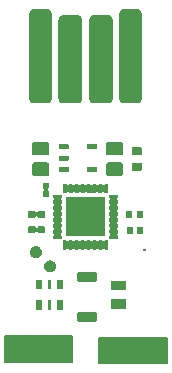
<source format=gts>
G04 #@! TF.GenerationSoftware,KiCad,Pcbnew,(5.0.1-3-g963ef8bb5)*
G04 #@! TF.CreationDate,2018-11-23T17:34:31+10:30*
G04 #@! TF.ProjectId,electric-greetings,656C6563747269632D6772656574696E,1.0.0*
G04 #@! TF.SameCoordinates,Original*
G04 #@! TF.FileFunction,Soldermask,Top*
G04 #@! TF.FilePolarity,Negative*
%FSLAX46Y46*%
G04 Gerber Fmt 4.6, Leading zero omitted, Abs format (unit mm)*
G04 Created by KiCad (PCBNEW (5.0.1-3-g963ef8bb5)) date Friday, 23 November 2018 at 05:34:31 pm*
%MOMM*%
%LPD*%
G01*
G04 APERTURE LIST*
%ADD10C,0.200000*%
%ADD11C,0.150000*%
%ADD12C,0.100000*%
G04 APERTURE END LIST*
D10*
X110957142Y-91200000D02*
X111004761Y-91152380D01*
X111052380Y-91200000D01*
X111004761Y-91247619D01*
X110957142Y-91200000D01*
X111052380Y-91200000D01*
D11*
G36*
X99174500Y-98511500D02*
X104889500Y-98511500D01*
X104889500Y-100670500D01*
X99174500Y-100670500D01*
X99174500Y-98511500D01*
G37*
X99174500Y-98511500D02*
X104889500Y-98511500D01*
X104889500Y-100670500D01*
X99174500Y-100670500D01*
X99174500Y-98511500D01*
G36*
X107175500Y-98638500D02*
X112890500Y-98638500D01*
X112890500Y-100797500D01*
X107175500Y-100797500D01*
X107175500Y-98638500D01*
G37*
X107175500Y-98638500D02*
X112890500Y-98638500D01*
X112890500Y-100797500D01*
X107175500Y-100797500D01*
X107175500Y-98638500D01*
D12*
G36*
X110373960Y-98714196D02*
X110409023Y-98724832D01*
X110441332Y-98742102D01*
X110469655Y-98765345D01*
X110492898Y-98793668D01*
X110510168Y-98825977D01*
X110520804Y-98861040D01*
X110525000Y-98903641D01*
X110525000Y-99516359D01*
X110520804Y-99558960D01*
X110510168Y-99594023D01*
X110492898Y-99626332D01*
X110469655Y-99654655D01*
X110441332Y-99677898D01*
X110409023Y-99695168D01*
X110373960Y-99705804D01*
X110331359Y-99710000D01*
X108718641Y-99710000D01*
X108676040Y-99705804D01*
X108640977Y-99695168D01*
X108608668Y-99677898D01*
X108580345Y-99654655D01*
X108557102Y-99626332D01*
X108539832Y-99594023D01*
X108529196Y-99558960D01*
X108525000Y-99516359D01*
X108525000Y-98903641D01*
X108529196Y-98861040D01*
X108539832Y-98825977D01*
X108557102Y-98793668D01*
X108580345Y-98765345D01*
X108608668Y-98742102D01*
X108640977Y-98724832D01*
X108676040Y-98714196D01*
X108718641Y-98710000D01*
X110331359Y-98710000D01*
X110373960Y-98714196D01*
X110373960Y-98714196D01*
G37*
G36*
X103388960Y-98650696D02*
X103424023Y-98661332D01*
X103456332Y-98678602D01*
X103484655Y-98701845D01*
X103507898Y-98730168D01*
X103525168Y-98762477D01*
X103535804Y-98797540D01*
X103540000Y-98840141D01*
X103540000Y-99452859D01*
X103535804Y-99495460D01*
X103525168Y-99530523D01*
X103507898Y-99562832D01*
X103484655Y-99591155D01*
X103456332Y-99614398D01*
X103424023Y-99631668D01*
X103388960Y-99642304D01*
X103346359Y-99646500D01*
X101733641Y-99646500D01*
X101691040Y-99642304D01*
X101655977Y-99631668D01*
X101623668Y-99614398D01*
X101595345Y-99591155D01*
X101572102Y-99562832D01*
X101554832Y-99530523D01*
X101544196Y-99495460D01*
X101540000Y-99452859D01*
X101540000Y-98840141D01*
X101544196Y-98797540D01*
X101554832Y-98762477D01*
X101572102Y-98730168D01*
X101595345Y-98701845D01*
X101623668Y-98678602D01*
X101655977Y-98661332D01*
X101691040Y-98650696D01*
X101733641Y-98646500D01*
X103346359Y-98646500D01*
X103388960Y-98650696D01*
X103388960Y-98650696D01*
G37*
G36*
X106847708Y-96489735D02*
X106873386Y-96497525D01*
X106897057Y-96510177D01*
X106917800Y-96527200D01*
X106934823Y-96547943D01*
X106947475Y-96571614D01*
X106955265Y-96597292D01*
X106958500Y-96630141D01*
X106958500Y-97142859D01*
X106955265Y-97175708D01*
X106947475Y-97201386D01*
X106934823Y-97225057D01*
X106917800Y-97245800D01*
X106897057Y-97262823D01*
X106873386Y-97275475D01*
X106847708Y-97283265D01*
X106814859Y-97286500D01*
X105402141Y-97286500D01*
X105369292Y-97283265D01*
X105343614Y-97275475D01*
X105319943Y-97262823D01*
X105299200Y-97245800D01*
X105282177Y-97225057D01*
X105269525Y-97201386D01*
X105261735Y-97175708D01*
X105258500Y-97142859D01*
X105258500Y-96630141D01*
X105261735Y-96597292D01*
X105269525Y-96571614D01*
X105282177Y-96547943D01*
X105299200Y-96527200D01*
X105319943Y-96510177D01*
X105343614Y-96497525D01*
X105369292Y-96489735D01*
X105402141Y-96486500D01*
X106814859Y-96486500D01*
X106847708Y-96489735D01*
X106847708Y-96489735D01*
G37*
G36*
X104086500Y-96250000D02*
X103586500Y-96250000D01*
X103586500Y-95450000D01*
X104086500Y-95450000D01*
X104086500Y-96250000D01*
X104086500Y-96250000D01*
G37*
G36*
X103086500Y-96250000D02*
X102786500Y-96250000D01*
X102786500Y-95450000D01*
X103086500Y-95450000D01*
X103086500Y-96250000D01*
X103086500Y-96250000D01*
G37*
G36*
X102286500Y-96250000D02*
X101786500Y-96250000D01*
X101786500Y-95450000D01*
X102286500Y-95450000D01*
X102286500Y-96250000D01*
X102286500Y-96250000D01*
G37*
G36*
X109400500Y-96196000D02*
X108150500Y-96196000D01*
X108150500Y-95396000D01*
X109400500Y-95396000D01*
X109400500Y-96196000D01*
X109400500Y-96196000D01*
G37*
G36*
X109400500Y-94596000D02*
X108150500Y-94596000D01*
X108150500Y-93796000D01*
X109400500Y-93796000D01*
X109400500Y-94596000D01*
X109400500Y-94596000D01*
G37*
G36*
X104086500Y-94550000D02*
X103586500Y-94550000D01*
X103586500Y-93750000D01*
X104086500Y-93750000D01*
X104086500Y-94550000D01*
X104086500Y-94550000D01*
G37*
G36*
X103086500Y-94550000D02*
X102786500Y-94550000D01*
X102786500Y-93750000D01*
X103086500Y-93750000D01*
X103086500Y-94550000D01*
X103086500Y-94550000D01*
G37*
G36*
X102286500Y-94550000D02*
X101786500Y-94550000D01*
X101786500Y-93750000D01*
X102286500Y-93750000D01*
X102286500Y-94550000D01*
X102286500Y-94550000D01*
G37*
G36*
X106847708Y-93089735D02*
X106873386Y-93097525D01*
X106897057Y-93110177D01*
X106917800Y-93127200D01*
X106934823Y-93147943D01*
X106947475Y-93171614D01*
X106955265Y-93197292D01*
X106958500Y-93230141D01*
X106958500Y-93742859D01*
X106955265Y-93775708D01*
X106947475Y-93801386D01*
X106934823Y-93825057D01*
X106917800Y-93845800D01*
X106897057Y-93862823D01*
X106873386Y-93875475D01*
X106847708Y-93883265D01*
X106814859Y-93886500D01*
X105402141Y-93886500D01*
X105369292Y-93883265D01*
X105343614Y-93875475D01*
X105319943Y-93862823D01*
X105299200Y-93845800D01*
X105282177Y-93825057D01*
X105269525Y-93801386D01*
X105261735Y-93775708D01*
X105258500Y-93742859D01*
X105258500Y-93230141D01*
X105261735Y-93197292D01*
X105269525Y-93171614D01*
X105282177Y-93147943D01*
X105299200Y-93127200D01*
X105319943Y-93110177D01*
X105343614Y-93097525D01*
X105369292Y-93089735D01*
X105402141Y-93086500D01*
X106814859Y-93086500D01*
X106847708Y-93089735D01*
X106847708Y-93089735D01*
G37*
G36*
X103142845Y-92102215D02*
X103233839Y-92139906D01*
X103314640Y-92193896D01*
X103315734Y-92194627D01*
X103385373Y-92264266D01*
X103440095Y-92346163D01*
X103477785Y-92437155D01*
X103497000Y-92533755D01*
X103497000Y-92632245D01*
X103477785Y-92728845D01*
X103440095Y-92819837D01*
X103385373Y-92901734D01*
X103315734Y-92971373D01*
X103315731Y-92971375D01*
X103233839Y-93026094D01*
X103142845Y-93063785D01*
X103046246Y-93083000D01*
X102947754Y-93083000D01*
X102851155Y-93063785D01*
X102760161Y-93026094D01*
X102678269Y-92971375D01*
X102678266Y-92971373D01*
X102608627Y-92901734D01*
X102553905Y-92819837D01*
X102516215Y-92728845D01*
X102497000Y-92632245D01*
X102497000Y-92533755D01*
X102516215Y-92437155D01*
X102553905Y-92346163D01*
X102608627Y-92264266D01*
X102678266Y-92194627D01*
X102679360Y-92193896D01*
X102760161Y-92139906D01*
X102851155Y-92102215D01*
X102947754Y-92083000D01*
X103046246Y-92083000D01*
X103142845Y-92102215D01*
X103142845Y-92102215D01*
G37*
G36*
X101936345Y-90895715D02*
X102027339Y-90933406D01*
X102108140Y-90987396D01*
X102109234Y-90988127D01*
X102178873Y-91057766D01*
X102178875Y-91057769D01*
X102224789Y-91126483D01*
X102233595Y-91139663D01*
X102271285Y-91230655D01*
X102290500Y-91327255D01*
X102290500Y-91425745D01*
X102271285Y-91522345D01*
X102233595Y-91613337D01*
X102178873Y-91695234D01*
X102109234Y-91764873D01*
X102109231Y-91764875D01*
X102027339Y-91819594D01*
X101936345Y-91857285D01*
X101839746Y-91876500D01*
X101741254Y-91876500D01*
X101644655Y-91857285D01*
X101553661Y-91819594D01*
X101471769Y-91764875D01*
X101471766Y-91764873D01*
X101402127Y-91695234D01*
X101347405Y-91613337D01*
X101309715Y-91522345D01*
X101290500Y-91425745D01*
X101290500Y-91327255D01*
X101309715Y-91230655D01*
X101347405Y-91139663D01*
X101356212Y-91126483D01*
X101402125Y-91057769D01*
X101402127Y-91057766D01*
X101471766Y-90988127D01*
X101472860Y-90987396D01*
X101553661Y-90933406D01*
X101644655Y-90895715D01*
X101741254Y-90876500D01*
X101839746Y-90876500D01*
X101936345Y-90895715D01*
X101936345Y-90895715D01*
G37*
G36*
X107880000Y-90405000D02*
X107880000Y-91166359D01*
X107879359Y-91172871D01*
X107879252Y-91173221D01*
X107879074Y-91173555D01*
X107878840Y-91173840D01*
X107878555Y-91174074D01*
X107878221Y-91174252D01*
X107877871Y-91174359D01*
X107871359Y-91175000D01*
X107628641Y-91175000D01*
X107622129Y-91174359D01*
X107621779Y-91174252D01*
X107621445Y-91174074D01*
X107621160Y-91173840D01*
X107620926Y-91173555D01*
X107620748Y-91173221D01*
X107619618Y-91169497D01*
X107610241Y-91146858D01*
X107596627Y-91126483D01*
X107579300Y-91109156D01*
X107558926Y-91095542D01*
X107536287Y-91086164D01*
X107512254Y-91081383D01*
X107487749Y-91081383D01*
X107463716Y-91086163D01*
X107441077Y-91095540D01*
X107420702Y-91109154D01*
X107403375Y-91126481D01*
X107389761Y-91146855D01*
X107380382Y-91169497D01*
X107379252Y-91173221D01*
X107379074Y-91173555D01*
X107378840Y-91173840D01*
X107378555Y-91174074D01*
X107378221Y-91174252D01*
X107377871Y-91174359D01*
X107371359Y-91175000D01*
X107128641Y-91175000D01*
X107122129Y-91174359D01*
X107121779Y-91174252D01*
X107121445Y-91174074D01*
X107121160Y-91173840D01*
X107120926Y-91173555D01*
X107120748Y-91173221D01*
X107119618Y-91169497D01*
X107110241Y-91146858D01*
X107096627Y-91126483D01*
X107079300Y-91109156D01*
X107058926Y-91095542D01*
X107036287Y-91086164D01*
X107012254Y-91081383D01*
X106987749Y-91081383D01*
X106963716Y-91086163D01*
X106941077Y-91095540D01*
X106920702Y-91109154D01*
X106903375Y-91126481D01*
X106889761Y-91146855D01*
X106880382Y-91169497D01*
X106879252Y-91173221D01*
X106879074Y-91173555D01*
X106878840Y-91173840D01*
X106878555Y-91174074D01*
X106878221Y-91174252D01*
X106877871Y-91174359D01*
X106871359Y-91175000D01*
X106628641Y-91175000D01*
X106622129Y-91174359D01*
X106621779Y-91174252D01*
X106621445Y-91174074D01*
X106621160Y-91173840D01*
X106620926Y-91173555D01*
X106620748Y-91173221D01*
X106619618Y-91169497D01*
X106610241Y-91146858D01*
X106596627Y-91126483D01*
X106579300Y-91109156D01*
X106558926Y-91095542D01*
X106536287Y-91086164D01*
X106512254Y-91081383D01*
X106487749Y-91081383D01*
X106463716Y-91086163D01*
X106441077Y-91095540D01*
X106420702Y-91109154D01*
X106403375Y-91126481D01*
X106389761Y-91146855D01*
X106380382Y-91169497D01*
X106379252Y-91173221D01*
X106379074Y-91173555D01*
X106378840Y-91173840D01*
X106378555Y-91174074D01*
X106378221Y-91174252D01*
X106377871Y-91174359D01*
X106371359Y-91175000D01*
X106128641Y-91175000D01*
X106122129Y-91174359D01*
X106121779Y-91174252D01*
X106121445Y-91174074D01*
X106121160Y-91173840D01*
X106120926Y-91173555D01*
X106120748Y-91173221D01*
X106119618Y-91169497D01*
X106110241Y-91146858D01*
X106096627Y-91126483D01*
X106079300Y-91109156D01*
X106058926Y-91095542D01*
X106036287Y-91086164D01*
X106012254Y-91081383D01*
X105987749Y-91081383D01*
X105963716Y-91086163D01*
X105941077Y-91095540D01*
X105920702Y-91109154D01*
X105903375Y-91126481D01*
X105889761Y-91146855D01*
X105880382Y-91169497D01*
X105879252Y-91173221D01*
X105879074Y-91173555D01*
X105878840Y-91173840D01*
X105878555Y-91174074D01*
X105878221Y-91174252D01*
X105877871Y-91174359D01*
X105871359Y-91175000D01*
X105628641Y-91175000D01*
X105622129Y-91174359D01*
X105621779Y-91174252D01*
X105621445Y-91174074D01*
X105621160Y-91173840D01*
X105620926Y-91173555D01*
X105620748Y-91173221D01*
X105619618Y-91169497D01*
X105610241Y-91146858D01*
X105596627Y-91126483D01*
X105579300Y-91109156D01*
X105558926Y-91095542D01*
X105536287Y-91086164D01*
X105512254Y-91081383D01*
X105487749Y-91081383D01*
X105463716Y-91086163D01*
X105441077Y-91095540D01*
X105420702Y-91109154D01*
X105403375Y-91126481D01*
X105389761Y-91146855D01*
X105380382Y-91169497D01*
X105379252Y-91173221D01*
X105379074Y-91173555D01*
X105378840Y-91173840D01*
X105378555Y-91174074D01*
X105378221Y-91174252D01*
X105377871Y-91174359D01*
X105371359Y-91175000D01*
X105128641Y-91175000D01*
X105122129Y-91174359D01*
X105121779Y-91174252D01*
X105121445Y-91174074D01*
X105121160Y-91173840D01*
X105120926Y-91173555D01*
X105120748Y-91173221D01*
X105119618Y-91169497D01*
X105110241Y-91146858D01*
X105096627Y-91126483D01*
X105079300Y-91109156D01*
X105058926Y-91095542D01*
X105036287Y-91086164D01*
X105012254Y-91081383D01*
X104987749Y-91081383D01*
X104963716Y-91086163D01*
X104941077Y-91095540D01*
X104920702Y-91109154D01*
X104903375Y-91126481D01*
X104889761Y-91146855D01*
X104880382Y-91169497D01*
X104879252Y-91173221D01*
X104879074Y-91173555D01*
X104878840Y-91173840D01*
X104878555Y-91174074D01*
X104878221Y-91174252D01*
X104877871Y-91174359D01*
X104871359Y-91175000D01*
X104628641Y-91175000D01*
X104622129Y-91174359D01*
X104621779Y-91174252D01*
X104621445Y-91174074D01*
X104621160Y-91173840D01*
X104620926Y-91173555D01*
X104620748Y-91173221D01*
X104619618Y-91169497D01*
X104610241Y-91146858D01*
X104596627Y-91126483D01*
X104579300Y-91109156D01*
X104558926Y-91095542D01*
X104536287Y-91086164D01*
X104512254Y-91081383D01*
X104487749Y-91081383D01*
X104463716Y-91086163D01*
X104441077Y-91095540D01*
X104420702Y-91109154D01*
X104403375Y-91126481D01*
X104389761Y-91146855D01*
X104380382Y-91169497D01*
X104379252Y-91173221D01*
X104379074Y-91173555D01*
X104378840Y-91173840D01*
X104378555Y-91174074D01*
X104378221Y-91174252D01*
X104377871Y-91174359D01*
X104371359Y-91175000D01*
X104128641Y-91175000D01*
X104122129Y-91174359D01*
X104121779Y-91174252D01*
X104121445Y-91174074D01*
X104121160Y-91173840D01*
X104120926Y-91173555D01*
X104120748Y-91173221D01*
X104120641Y-91172871D01*
X104120000Y-91166359D01*
X104120000Y-90405000D01*
X104118907Y-90393907D01*
X104130000Y-90395000D01*
X104371359Y-90395000D01*
X104377871Y-90395641D01*
X104378221Y-90395748D01*
X104378555Y-90395926D01*
X104378840Y-90396160D01*
X104379074Y-90396445D01*
X104379252Y-90396779D01*
X104380382Y-90400503D01*
X104389759Y-90423142D01*
X104403373Y-90443517D01*
X104420700Y-90460844D01*
X104441074Y-90474458D01*
X104463713Y-90483836D01*
X104487746Y-90488617D01*
X104512251Y-90488617D01*
X104536284Y-90483837D01*
X104558923Y-90474460D01*
X104579298Y-90460846D01*
X104596625Y-90443519D01*
X104610239Y-90423145D01*
X104619618Y-90400503D01*
X104620748Y-90396779D01*
X104620926Y-90396445D01*
X104621160Y-90396160D01*
X104621445Y-90395926D01*
X104621779Y-90395748D01*
X104622129Y-90395641D01*
X104628641Y-90395000D01*
X104871359Y-90395000D01*
X104877871Y-90395641D01*
X104878221Y-90395748D01*
X104878555Y-90395926D01*
X104878840Y-90396160D01*
X104879074Y-90396445D01*
X104879252Y-90396779D01*
X104880382Y-90400503D01*
X104889759Y-90423142D01*
X104903373Y-90443517D01*
X104920700Y-90460844D01*
X104941074Y-90474458D01*
X104963713Y-90483836D01*
X104987746Y-90488617D01*
X105012251Y-90488617D01*
X105036284Y-90483837D01*
X105058923Y-90474460D01*
X105079298Y-90460846D01*
X105096625Y-90443519D01*
X105110239Y-90423145D01*
X105119618Y-90400503D01*
X105120748Y-90396779D01*
X105120926Y-90396445D01*
X105121160Y-90396160D01*
X105121445Y-90395926D01*
X105121779Y-90395748D01*
X105122129Y-90395641D01*
X105128641Y-90395000D01*
X105371359Y-90395000D01*
X105377871Y-90395641D01*
X105378221Y-90395748D01*
X105378555Y-90395926D01*
X105378840Y-90396160D01*
X105379074Y-90396445D01*
X105379252Y-90396779D01*
X105380382Y-90400503D01*
X105389759Y-90423142D01*
X105403373Y-90443517D01*
X105420700Y-90460844D01*
X105441074Y-90474458D01*
X105463713Y-90483836D01*
X105487746Y-90488617D01*
X105512251Y-90488617D01*
X105536284Y-90483837D01*
X105558923Y-90474460D01*
X105579298Y-90460846D01*
X105596625Y-90443519D01*
X105610239Y-90423145D01*
X105619618Y-90400503D01*
X105620748Y-90396779D01*
X105620926Y-90396445D01*
X105621160Y-90396160D01*
X105621445Y-90395926D01*
X105621779Y-90395748D01*
X105622129Y-90395641D01*
X105628641Y-90395000D01*
X105871359Y-90395000D01*
X105877871Y-90395641D01*
X105878221Y-90395748D01*
X105878555Y-90395926D01*
X105878840Y-90396160D01*
X105879074Y-90396445D01*
X105879252Y-90396779D01*
X105880382Y-90400503D01*
X105889759Y-90423142D01*
X105903373Y-90443517D01*
X105920700Y-90460844D01*
X105941074Y-90474458D01*
X105963713Y-90483836D01*
X105987746Y-90488617D01*
X106012251Y-90488617D01*
X106036284Y-90483837D01*
X106058923Y-90474460D01*
X106079298Y-90460846D01*
X106096625Y-90443519D01*
X106110239Y-90423145D01*
X106119618Y-90400503D01*
X106120748Y-90396779D01*
X106120926Y-90396445D01*
X106121160Y-90396160D01*
X106121445Y-90395926D01*
X106121779Y-90395748D01*
X106122129Y-90395641D01*
X106128641Y-90395000D01*
X106371359Y-90395000D01*
X106377871Y-90395641D01*
X106378221Y-90395748D01*
X106378555Y-90395926D01*
X106378840Y-90396160D01*
X106379074Y-90396445D01*
X106379252Y-90396779D01*
X106380382Y-90400503D01*
X106389759Y-90423142D01*
X106403373Y-90443517D01*
X106420700Y-90460844D01*
X106441074Y-90474458D01*
X106463713Y-90483836D01*
X106487746Y-90488617D01*
X106512251Y-90488617D01*
X106536284Y-90483837D01*
X106558923Y-90474460D01*
X106579298Y-90460846D01*
X106596625Y-90443519D01*
X106610239Y-90423145D01*
X106619618Y-90400503D01*
X106620748Y-90396779D01*
X106620926Y-90396445D01*
X106621160Y-90396160D01*
X106621445Y-90395926D01*
X106621779Y-90395748D01*
X106622129Y-90395641D01*
X106628641Y-90395000D01*
X106871359Y-90395000D01*
X106877871Y-90395641D01*
X106878221Y-90395748D01*
X106878555Y-90395926D01*
X106878840Y-90396160D01*
X106879074Y-90396445D01*
X106879252Y-90396779D01*
X106880382Y-90400503D01*
X106889759Y-90423142D01*
X106903373Y-90443517D01*
X106920700Y-90460844D01*
X106941074Y-90474458D01*
X106963713Y-90483836D01*
X106987746Y-90488617D01*
X107012251Y-90488617D01*
X107036284Y-90483837D01*
X107058923Y-90474460D01*
X107079298Y-90460846D01*
X107096625Y-90443519D01*
X107110239Y-90423145D01*
X107119618Y-90400503D01*
X107120748Y-90396779D01*
X107120926Y-90396445D01*
X107121160Y-90396160D01*
X107121445Y-90395926D01*
X107121779Y-90395748D01*
X107122129Y-90395641D01*
X107128641Y-90395000D01*
X107371359Y-90395000D01*
X107377871Y-90395641D01*
X107378221Y-90395748D01*
X107378555Y-90395926D01*
X107378840Y-90396160D01*
X107379074Y-90396445D01*
X107379252Y-90396779D01*
X107380382Y-90400503D01*
X107389759Y-90423142D01*
X107403373Y-90443517D01*
X107420700Y-90460844D01*
X107441074Y-90474458D01*
X107463713Y-90483836D01*
X107487746Y-90488617D01*
X107512251Y-90488617D01*
X107536284Y-90483837D01*
X107558923Y-90474460D01*
X107579298Y-90460846D01*
X107596625Y-90443519D01*
X107610239Y-90423145D01*
X107619618Y-90400503D01*
X107620748Y-90396779D01*
X107620926Y-90396445D01*
X107621160Y-90396160D01*
X107621445Y-90395926D01*
X107621779Y-90395748D01*
X107622129Y-90395641D01*
X107628641Y-90395000D01*
X107870000Y-90395000D01*
X107881093Y-90393907D01*
X107880000Y-90405000D01*
X107880000Y-90405000D01*
G37*
G36*
X104005000Y-86530000D02*
X104005000Y-86771359D01*
X104004359Y-86777871D01*
X104004252Y-86778221D01*
X104004074Y-86778555D01*
X104003840Y-86778840D01*
X104003555Y-86779074D01*
X104003221Y-86779252D01*
X103999497Y-86780382D01*
X103976858Y-86789759D01*
X103956483Y-86803373D01*
X103939156Y-86820700D01*
X103925542Y-86841074D01*
X103916164Y-86863713D01*
X103911383Y-86887746D01*
X103911383Y-86912251D01*
X103916163Y-86936284D01*
X103925540Y-86958923D01*
X103939154Y-86979298D01*
X103956481Y-86996625D01*
X103976855Y-87010239D01*
X103999497Y-87019618D01*
X104003221Y-87020748D01*
X104003555Y-87020926D01*
X104003840Y-87021160D01*
X104004074Y-87021445D01*
X104004252Y-87021779D01*
X104004359Y-87022129D01*
X104005000Y-87028641D01*
X104005000Y-87271359D01*
X104004359Y-87277871D01*
X104004252Y-87278221D01*
X104004074Y-87278555D01*
X104003840Y-87278840D01*
X104003555Y-87279074D01*
X104003221Y-87279252D01*
X103999497Y-87280382D01*
X103976858Y-87289759D01*
X103956483Y-87303373D01*
X103939156Y-87320700D01*
X103925542Y-87341074D01*
X103916164Y-87363713D01*
X103911383Y-87387746D01*
X103911383Y-87412251D01*
X103916163Y-87436284D01*
X103925540Y-87458923D01*
X103939154Y-87479298D01*
X103956481Y-87496625D01*
X103976855Y-87510239D01*
X103999497Y-87519618D01*
X104003221Y-87520748D01*
X104003555Y-87520926D01*
X104003840Y-87521160D01*
X104004074Y-87521445D01*
X104004252Y-87521779D01*
X104004359Y-87522129D01*
X104005000Y-87528641D01*
X104005000Y-87771359D01*
X104004359Y-87777871D01*
X104004252Y-87778221D01*
X104004074Y-87778555D01*
X104003840Y-87778840D01*
X104003555Y-87779074D01*
X104003221Y-87779252D01*
X103999497Y-87780382D01*
X103976858Y-87789759D01*
X103956483Y-87803373D01*
X103939156Y-87820700D01*
X103925542Y-87841074D01*
X103916164Y-87863713D01*
X103911383Y-87887746D01*
X103911383Y-87912251D01*
X103916163Y-87936284D01*
X103925540Y-87958923D01*
X103939154Y-87979298D01*
X103956481Y-87996625D01*
X103976855Y-88010239D01*
X103999497Y-88019618D01*
X104003221Y-88020748D01*
X104003555Y-88020926D01*
X104003840Y-88021160D01*
X104004074Y-88021445D01*
X104004252Y-88021779D01*
X104004359Y-88022129D01*
X104005000Y-88028641D01*
X104005000Y-88271359D01*
X104004359Y-88277871D01*
X104004252Y-88278221D01*
X104004074Y-88278555D01*
X104003840Y-88278840D01*
X104003555Y-88279074D01*
X104003221Y-88279252D01*
X103999497Y-88280382D01*
X103976858Y-88289759D01*
X103956483Y-88303373D01*
X103939156Y-88320700D01*
X103925542Y-88341074D01*
X103916164Y-88363713D01*
X103911383Y-88387746D01*
X103911383Y-88412251D01*
X103916163Y-88436284D01*
X103925540Y-88458923D01*
X103939154Y-88479298D01*
X103956481Y-88496625D01*
X103976855Y-88510239D01*
X103999497Y-88519618D01*
X104003221Y-88520748D01*
X104003555Y-88520926D01*
X104003840Y-88521160D01*
X104004074Y-88521445D01*
X104004252Y-88521779D01*
X104004359Y-88522129D01*
X104005000Y-88528641D01*
X104005000Y-88771359D01*
X104004359Y-88777871D01*
X104004252Y-88778221D01*
X104004074Y-88778555D01*
X104003840Y-88778840D01*
X104003555Y-88779074D01*
X104003221Y-88779252D01*
X103999497Y-88780382D01*
X103976858Y-88789759D01*
X103956483Y-88803373D01*
X103939156Y-88820700D01*
X103925542Y-88841074D01*
X103916164Y-88863713D01*
X103911383Y-88887746D01*
X103911383Y-88912251D01*
X103916163Y-88936284D01*
X103925540Y-88958923D01*
X103939154Y-88979298D01*
X103956481Y-88996625D01*
X103976855Y-89010239D01*
X103999497Y-89019618D01*
X104003221Y-89020748D01*
X104003555Y-89020926D01*
X104003840Y-89021160D01*
X104004074Y-89021445D01*
X104004252Y-89021779D01*
X104004359Y-89022129D01*
X104005000Y-89028641D01*
X104005000Y-89271359D01*
X104004359Y-89277871D01*
X104004252Y-89278221D01*
X104004074Y-89278555D01*
X104003840Y-89278840D01*
X104003555Y-89279074D01*
X104003221Y-89279252D01*
X103999497Y-89280382D01*
X103976858Y-89289759D01*
X103956483Y-89303373D01*
X103939156Y-89320700D01*
X103925542Y-89341074D01*
X103916164Y-89363713D01*
X103911383Y-89387746D01*
X103911383Y-89412251D01*
X103916163Y-89436284D01*
X103925540Y-89458923D01*
X103939154Y-89479298D01*
X103956481Y-89496625D01*
X103976855Y-89510239D01*
X103999497Y-89519618D01*
X104003221Y-89520748D01*
X104003555Y-89520926D01*
X104003840Y-89521160D01*
X104004074Y-89521445D01*
X104004252Y-89521779D01*
X104004359Y-89522129D01*
X104005000Y-89528641D01*
X104005000Y-89771359D01*
X104004359Y-89777871D01*
X104004252Y-89778221D01*
X104004074Y-89778555D01*
X104003840Y-89778840D01*
X104003555Y-89779074D01*
X104003221Y-89779252D01*
X103999497Y-89780382D01*
X103976858Y-89789759D01*
X103956483Y-89803373D01*
X103939156Y-89820700D01*
X103925542Y-89841074D01*
X103916164Y-89863713D01*
X103911383Y-89887746D01*
X103911383Y-89912251D01*
X103916163Y-89936284D01*
X103925540Y-89958923D01*
X103939154Y-89979298D01*
X103956481Y-89996625D01*
X103976855Y-90010239D01*
X103999497Y-90019618D01*
X104003221Y-90020748D01*
X104003555Y-90020926D01*
X104003840Y-90021160D01*
X104004074Y-90021445D01*
X104004252Y-90021779D01*
X104004359Y-90022129D01*
X104005000Y-90028641D01*
X104005000Y-90270000D01*
X104006093Y-90281093D01*
X103995000Y-90280000D01*
X103233641Y-90280000D01*
X103227129Y-90279359D01*
X103226779Y-90279252D01*
X103226445Y-90279074D01*
X103226160Y-90278840D01*
X103225926Y-90278555D01*
X103225748Y-90278221D01*
X103225641Y-90277871D01*
X103225000Y-90271359D01*
X103225000Y-90028641D01*
X103225641Y-90022129D01*
X103225748Y-90021779D01*
X103225926Y-90021445D01*
X103226160Y-90021160D01*
X103226445Y-90020926D01*
X103226779Y-90020748D01*
X103230503Y-90019618D01*
X103253142Y-90010241D01*
X103273517Y-89996627D01*
X103290844Y-89979300D01*
X103304458Y-89958926D01*
X103313836Y-89936287D01*
X103318617Y-89912254D01*
X103318617Y-89887749D01*
X103313837Y-89863716D01*
X103304460Y-89841077D01*
X103290846Y-89820702D01*
X103273519Y-89803375D01*
X103253145Y-89789761D01*
X103230503Y-89780382D01*
X103226779Y-89779252D01*
X103226445Y-89779074D01*
X103226160Y-89778840D01*
X103225926Y-89778555D01*
X103225748Y-89778221D01*
X103225641Y-89777871D01*
X103225000Y-89771359D01*
X103225000Y-89528641D01*
X103225641Y-89522129D01*
X103225748Y-89521779D01*
X103225926Y-89521445D01*
X103226160Y-89521160D01*
X103226445Y-89520926D01*
X103226779Y-89520748D01*
X103230503Y-89519618D01*
X103253142Y-89510241D01*
X103273517Y-89496627D01*
X103290844Y-89479300D01*
X103304458Y-89458926D01*
X103313836Y-89436287D01*
X103318617Y-89412254D01*
X103318617Y-89387749D01*
X103313837Y-89363716D01*
X103304460Y-89341077D01*
X103290846Y-89320702D01*
X103273519Y-89303375D01*
X103253145Y-89289761D01*
X103230503Y-89280382D01*
X103226779Y-89279252D01*
X103226445Y-89279074D01*
X103226160Y-89278840D01*
X103225926Y-89278555D01*
X103225748Y-89278221D01*
X103225641Y-89277871D01*
X103225000Y-89271359D01*
X103225000Y-89028641D01*
X103225641Y-89022129D01*
X103225748Y-89021779D01*
X103225926Y-89021445D01*
X103226160Y-89021160D01*
X103226445Y-89020926D01*
X103226779Y-89020748D01*
X103230503Y-89019618D01*
X103253142Y-89010241D01*
X103273517Y-88996627D01*
X103290844Y-88979300D01*
X103304458Y-88958926D01*
X103313836Y-88936287D01*
X103318617Y-88912254D01*
X103318617Y-88887749D01*
X103313837Y-88863716D01*
X103304460Y-88841077D01*
X103290846Y-88820702D01*
X103273519Y-88803375D01*
X103253145Y-88789761D01*
X103230503Y-88780382D01*
X103226779Y-88779252D01*
X103226445Y-88779074D01*
X103226160Y-88778840D01*
X103225926Y-88778555D01*
X103225748Y-88778221D01*
X103225641Y-88777871D01*
X103225000Y-88771359D01*
X103225000Y-88528641D01*
X103225641Y-88522129D01*
X103225748Y-88521779D01*
X103225926Y-88521445D01*
X103226160Y-88521160D01*
X103226445Y-88520926D01*
X103226779Y-88520748D01*
X103230503Y-88519618D01*
X103253142Y-88510241D01*
X103273517Y-88496627D01*
X103290844Y-88479300D01*
X103304458Y-88458926D01*
X103313836Y-88436287D01*
X103318617Y-88412254D01*
X103318617Y-88387749D01*
X103313837Y-88363716D01*
X103304460Y-88341077D01*
X103290846Y-88320702D01*
X103273519Y-88303375D01*
X103253145Y-88289761D01*
X103230503Y-88280382D01*
X103226779Y-88279252D01*
X103226445Y-88279074D01*
X103226160Y-88278840D01*
X103225926Y-88278555D01*
X103225748Y-88278221D01*
X103225641Y-88277871D01*
X103225000Y-88271359D01*
X103225000Y-88028641D01*
X103225641Y-88022129D01*
X103225748Y-88021779D01*
X103225926Y-88021445D01*
X103226160Y-88021160D01*
X103226445Y-88020926D01*
X103226779Y-88020748D01*
X103230503Y-88019618D01*
X103253142Y-88010241D01*
X103273517Y-87996627D01*
X103290844Y-87979300D01*
X103304458Y-87958926D01*
X103313836Y-87936287D01*
X103318617Y-87912254D01*
X103318617Y-87887749D01*
X103313837Y-87863716D01*
X103304460Y-87841077D01*
X103290846Y-87820702D01*
X103273519Y-87803375D01*
X103253145Y-87789761D01*
X103230503Y-87780382D01*
X103226779Y-87779252D01*
X103226445Y-87779074D01*
X103226160Y-87778840D01*
X103225926Y-87778555D01*
X103225748Y-87778221D01*
X103225641Y-87777871D01*
X103225000Y-87771359D01*
X103225000Y-87528641D01*
X103225641Y-87522129D01*
X103225748Y-87521779D01*
X103225926Y-87521445D01*
X103226160Y-87521160D01*
X103226445Y-87520926D01*
X103226779Y-87520748D01*
X103230503Y-87519618D01*
X103253142Y-87510241D01*
X103273517Y-87496627D01*
X103290844Y-87479300D01*
X103304458Y-87458926D01*
X103313836Y-87436287D01*
X103318617Y-87412254D01*
X103318617Y-87387749D01*
X103313837Y-87363716D01*
X103304460Y-87341077D01*
X103290846Y-87320702D01*
X103273519Y-87303375D01*
X103253145Y-87289761D01*
X103230503Y-87280382D01*
X103226779Y-87279252D01*
X103226445Y-87279074D01*
X103226160Y-87278840D01*
X103225926Y-87278555D01*
X103225748Y-87278221D01*
X103225641Y-87277871D01*
X103225000Y-87271359D01*
X103225000Y-87028641D01*
X103225641Y-87022129D01*
X103225748Y-87021779D01*
X103225926Y-87021445D01*
X103226160Y-87021160D01*
X103226445Y-87020926D01*
X103226779Y-87020748D01*
X103230503Y-87019618D01*
X103253142Y-87010241D01*
X103273517Y-86996627D01*
X103290844Y-86979300D01*
X103304458Y-86958926D01*
X103313836Y-86936287D01*
X103318617Y-86912254D01*
X103318617Y-86887749D01*
X103313837Y-86863716D01*
X103304460Y-86841077D01*
X103290846Y-86820702D01*
X103273519Y-86803375D01*
X103253145Y-86789761D01*
X103230503Y-86780382D01*
X103226779Y-86779252D01*
X103226445Y-86779074D01*
X103226160Y-86778840D01*
X103225926Y-86778555D01*
X103225748Y-86778221D01*
X103225641Y-86777871D01*
X103225000Y-86771359D01*
X103225000Y-86528641D01*
X103225641Y-86522129D01*
X103225748Y-86521779D01*
X103225926Y-86521445D01*
X103226160Y-86521160D01*
X103226445Y-86520926D01*
X103226779Y-86520748D01*
X103227129Y-86520641D01*
X103233641Y-86520000D01*
X103995000Y-86520000D01*
X104006093Y-86518907D01*
X104005000Y-86530000D01*
X104005000Y-86530000D01*
G37*
G36*
X108005000Y-86520000D02*
X108766359Y-86520000D01*
X108772871Y-86520641D01*
X108773221Y-86520748D01*
X108773555Y-86520926D01*
X108773840Y-86521160D01*
X108774074Y-86521445D01*
X108774252Y-86521779D01*
X108774359Y-86522129D01*
X108775000Y-86528641D01*
X108775000Y-86771359D01*
X108774359Y-86777871D01*
X108774252Y-86778221D01*
X108774074Y-86778555D01*
X108773840Y-86778840D01*
X108773555Y-86779074D01*
X108773221Y-86779252D01*
X108769497Y-86780382D01*
X108746858Y-86789759D01*
X108726483Y-86803373D01*
X108709156Y-86820700D01*
X108695542Y-86841074D01*
X108686164Y-86863713D01*
X108681383Y-86887746D01*
X108681383Y-86912251D01*
X108686163Y-86936284D01*
X108695540Y-86958923D01*
X108709154Y-86979298D01*
X108726481Y-86996625D01*
X108746855Y-87010239D01*
X108769497Y-87019618D01*
X108773221Y-87020748D01*
X108773555Y-87020926D01*
X108773840Y-87021160D01*
X108774074Y-87021445D01*
X108774252Y-87021779D01*
X108774359Y-87022129D01*
X108775000Y-87028641D01*
X108775000Y-87271359D01*
X108774359Y-87277871D01*
X108774252Y-87278221D01*
X108774074Y-87278555D01*
X108773840Y-87278840D01*
X108773555Y-87279074D01*
X108773221Y-87279252D01*
X108769497Y-87280382D01*
X108746858Y-87289759D01*
X108726483Y-87303373D01*
X108709156Y-87320700D01*
X108695542Y-87341074D01*
X108686164Y-87363713D01*
X108681383Y-87387746D01*
X108681383Y-87412251D01*
X108686163Y-87436284D01*
X108695540Y-87458923D01*
X108709154Y-87479298D01*
X108726481Y-87496625D01*
X108746855Y-87510239D01*
X108769497Y-87519618D01*
X108773221Y-87520748D01*
X108773555Y-87520926D01*
X108773840Y-87521160D01*
X108774074Y-87521445D01*
X108774252Y-87521779D01*
X108774359Y-87522129D01*
X108775000Y-87528641D01*
X108775000Y-87771359D01*
X108774359Y-87777871D01*
X108774252Y-87778221D01*
X108774074Y-87778555D01*
X108773840Y-87778840D01*
X108773555Y-87779074D01*
X108773221Y-87779252D01*
X108769497Y-87780382D01*
X108746858Y-87789759D01*
X108726483Y-87803373D01*
X108709156Y-87820700D01*
X108695542Y-87841074D01*
X108686164Y-87863713D01*
X108681383Y-87887746D01*
X108681383Y-87912251D01*
X108686163Y-87936284D01*
X108695540Y-87958923D01*
X108709154Y-87979298D01*
X108726481Y-87996625D01*
X108746855Y-88010239D01*
X108769497Y-88019618D01*
X108773221Y-88020748D01*
X108773555Y-88020926D01*
X108773840Y-88021160D01*
X108774074Y-88021445D01*
X108774252Y-88021779D01*
X108774359Y-88022129D01*
X108775000Y-88028641D01*
X108775000Y-88271359D01*
X108774359Y-88277871D01*
X108774252Y-88278221D01*
X108774074Y-88278555D01*
X108773840Y-88278840D01*
X108773555Y-88279074D01*
X108773221Y-88279252D01*
X108769497Y-88280382D01*
X108746858Y-88289759D01*
X108726483Y-88303373D01*
X108709156Y-88320700D01*
X108695542Y-88341074D01*
X108686164Y-88363713D01*
X108681383Y-88387746D01*
X108681383Y-88412251D01*
X108686163Y-88436284D01*
X108695540Y-88458923D01*
X108709154Y-88479298D01*
X108726481Y-88496625D01*
X108746855Y-88510239D01*
X108769497Y-88519618D01*
X108773221Y-88520748D01*
X108773555Y-88520926D01*
X108773840Y-88521160D01*
X108774074Y-88521445D01*
X108774252Y-88521779D01*
X108774359Y-88522129D01*
X108775000Y-88528641D01*
X108775000Y-88771359D01*
X108774359Y-88777871D01*
X108774252Y-88778221D01*
X108774074Y-88778555D01*
X108773840Y-88778840D01*
X108773555Y-88779074D01*
X108773221Y-88779252D01*
X108769497Y-88780382D01*
X108746858Y-88789759D01*
X108726483Y-88803373D01*
X108709156Y-88820700D01*
X108695542Y-88841074D01*
X108686164Y-88863713D01*
X108681383Y-88887746D01*
X108681383Y-88912251D01*
X108686163Y-88936284D01*
X108695540Y-88958923D01*
X108709154Y-88979298D01*
X108726481Y-88996625D01*
X108746855Y-89010239D01*
X108769497Y-89019618D01*
X108773221Y-89020748D01*
X108773555Y-89020926D01*
X108773840Y-89021160D01*
X108774074Y-89021445D01*
X108774252Y-89021779D01*
X108774359Y-89022129D01*
X108775000Y-89028641D01*
X108775000Y-89271359D01*
X108774359Y-89277871D01*
X108774252Y-89278221D01*
X108774074Y-89278555D01*
X108773840Y-89278840D01*
X108773555Y-89279074D01*
X108773221Y-89279252D01*
X108769497Y-89280382D01*
X108746858Y-89289759D01*
X108726483Y-89303373D01*
X108709156Y-89320700D01*
X108695542Y-89341074D01*
X108686164Y-89363713D01*
X108681383Y-89387746D01*
X108681383Y-89412251D01*
X108686163Y-89436284D01*
X108695540Y-89458923D01*
X108709154Y-89479298D01*
X108726481Y-89496625D01*
X108746855Y-89510239D01*
X108769497Y-89519618D01*
X108773221Y-89520748D01*
X108773555Y-89520926D01*
X108773840Y-89521160D01*
X108774074Y-89521445D01*
X108774252Y-89521779D01*
X108774359Y-89522129D01*
X108775000Y-89528641D01*
X108775000Y-89771359D01*
X108774359Y-89777871D01*
X108774252Y-89778221D01*
X108774074Y-89778555D01*
X108773840Y-89778840D01*
X108773555Y-89779074D01*
X108773221Y-89779252D01*
X108769497Y-89780382D01*
X108746858Y-89789759D01*
X108726483Y-89803373D01*
X108709156Y-89820700D01*
X108695542Y-89841074D01*
X108686164Y-89863713D01*
X108681383Y-89887746D01*
X108681383Y-89912251D01*
X108686163Y-89936284D01*
X108695540Y-89958923D01*
X108709154Y-89979298D01*
X108726481Y-89996625D01*
X108746855Y-90010239D01*
X108769497Y-90019618D01*
X108773221Y-90020748D01*
X108773555Y-90020926D01*
X108773840Y-90021160D01*
X108774074Y-90021445D01*
X108774252Y-90021779D01*
X108774359Y-90022129D01*
X108775000Y-90028641D01*
X108775000Y-90271359D01*
X108774359Y-90277871D01*
X108774252Y-90278221D01*
X108774074Y-90278555D01*
X108773840Y-90278840D01*
X108773555Y-90279074D01*
X108773221Y-90279252D01*
X108772871Y-90279359D01*
X108766359Y-90280000D01*
X108005000Y-90280000D01*
X107993907Y-90281093D01*
X107995000Y-90270000D01*
X107995000Y-90028641D01*
X107995641Y-90022129D01*
X107995748Y-90021779D01*
X107995926Y-90021445D01*
X107996160Y-90021160D01*
X107996445Y-90020926D01*
X107996779Y-90020748D01*
X108000503Y-90019618D01*
X108023142Y-90010241D01*
X108043517Y-89996627D01*
X108060844Y-89979300D01*
X108074458Y-89958926D01*
X108083836Y-89936287D01*
X108088617Y-89912254D01*
X108088617Y-89887749D01*
X108083837Y-89863716D01*
X108074460Y-89841077D01*
X108060846Y-89820702D01*
X108043519Y-89803375D01*
X108023145Y-89789761D01*
X108000503Y-89780382D01*
X107996779Y-89779252D01*
X107996445Y-89779074D01*
X107996160Y-89778840D01*
X107995926Y-89778555D01*
X107995748Y-89778221D01*
X107995641Y-89777871D01*
X107995000Y-89771359D01*
X107995000Y-89528641D01*
X107995641Y-89522129D01*
X107995748Y-89521779D01*
X107995926Y-89521445D01*
X107996160Y-89521160D01*
X107996445Y-89520926D01*
X107996779Y-89520748D01*
X108000503Y-89519618D01*
X108023142Y-89510241D01*
X108043517Y-89496627D01*
X108060844Y-89479300D01*
X108074458Y-89458926D01*
X108083836Y-89436287D01*
X108088617Y-89412254D01*
X108088617Y-89387749D01*
X108083837Y-89363716D01*
X108074460Y-89341077D01*
X108060846Y-89320702D01*
X108043519Y-89303375D01*
X108023145Y-89289761D01*
X108000503Y-89280382D01*
X107996779Y-89279252D01*
X107996445Y-89279074D01*
X107996160Y-89278840D01*
X107995926Y-89278555D01*
X107995748Y-89278221D01*
X107995641Y-89277871D01*
X107995000Y-89271359D01*
X107995000Y-89028641D01*
X107995641Y-89022129D01*
X107995748Y-89021779D01*
X107995926Y-89021445D01*
X107996160Y-89021160D01*
X107996445Y-89020926D01*
X107996779Y-89020748D01*
X108000503Y-89019618D01*
X108023142Y-89010241D01*
X108043517Y-88996627D01*
X108060844Y-88979300D01*
X108074458Y-88958926D01*
X108083836Y-88936287D01*
X108088617Y-88912254D01*
X108088617Y-88887749D01*
X108083837Y-88863716D01*
X108074460Y-88841077D01*
X108060846Y-88820702D01*
X108043519Y-88803375D01*
X108023145Y-88789761D01*
X108000503Y-88780382D01*
X107996779Y-88779252D01*
X107996445Y-88779074D01*
X107996160Y-88778840D01*
X107995926Y-88778555D01*
X107995748Y-88778221D01*
X107995641Y-88777871D01*
X107995000Y-88771359D01*
X107995000Y-88528641D01*
X107995641Y-88522129D01*
X107995748Y-88521779D01*
X107995926Y-88521445D01*
X107996160Y-88521160D01*
X107996445Y-88520926D01*
X107996779Y-88520748D01*
X108000503Y-88519618D01*
X108023142Y-88510241D01*
X108043517Y-88496627D01*
X108060844Y-88479300D01*
X108074458Y-88458926D01*
X108083836Y-88436287D01*
X108088617Y-88412254D01*
X108088617Y-88387749D01*
X108083837Y-88363716D01*
X108074460Y-88341077D01*
X108060846Y-88320702D01*
X108043519Y-88303375D01*
X108023145Y-88289761D01*
X108000503Y-88280382D01*
X107996779Y-88279252D01*
X107996445Y-88279074D01*
X107996160Y-88278840D01*
X107995926Y-88278555D01*
X107995748Y-88278221D01*
X107995641Y-88277871D01*
X107995000Y-88271359D01*
X107995000Y-88028641D01*
X107995641Y-88022129D01*
X107995748Y-88021779D01*
X107995926Y-88021445D01*
X107996160Y-88021160D01*
X107996445Y-88020926D01*
X107996779Y-88020748D01*
X108000503Y-88019618D01*
X108023142Y-88010241D01*
X108043517Y-87996627D01*
X108060844Y-87979300D01*
X108074458Y-87958926D01*
X108083836Y-87936287D01*
X108088617Y-87912254D01*
X108088617Y-87887749D01*
X108083837Y-87863716D01*
X108074460Y-87841077D01*
X108060846Y-87820702D01*
X108043519Y-87803375D01*
X108023145Y-87789761D01*
X108000503Y-87780382D01*
X107996779Y-87779252D01*
X107996445Y-87779074D01*
X107996160Y-87778840D01*
X107995926Y-87778555D01*
X107995748Y-87778221D01*
X107995641Y-87777871D01*
X107995000Y-87771359D01*
X107995000Y-87528641D01*
X107995641Y-87522129D01*
X107995748Y-87521779D01*
X107995926Y-87521445D01*
X107996160Y-87521160D01*
X107996445Y-87520926D01*
X107996779Y-87520748D01*
X108000503Y-87519618D01*
X108023142Y-87510241D01*
X108043517Y-87496627D01*
X108060844Y-87479300D01*
X108074458Y-87458926D01*
X108083836Y-87436287D01*
X108088617Y-87412254D01*
X108088617Y-87387749D01*
X108083837Y-87363716D01*
X108074460Y-87341077D01*
X108060846Y-87320702D01*
X108043519Y-87303375D01*
X108023145Y-87289761D01*
X108000503Y-87280382D01*
X107996779Y-87279252D01*
X107996445Y-87279074D01*
X107996160Y-87278840D01*
X107995926Y-87278555D01*
X107995748Y-87278221D01*
X107995641Y-87277871D01*
X107995000Y-87271359D01*
X107995000Y-87028641D01*
X107995641Y-87022129D01*
X107995748Y-87021779D01*
X107995926Y-87021445D01*
X107996160Y-87021160D01*
X107996445Y-87020926D01*
X107996779Y-87020748D01*
X108000503Y-87019618D01*
X108023142Y-87010241D01*
X108043517Y-86996627D01*
X108060844Y-86979300D01*
X108074458Y-86958926D01*
X108083836Y-86936287D01*
X108088617Y-86912254D01*
X108088617Y-86887749D01*
X108083837Y-86863716D01*
X108074460Y-86841077D01*
X108060846Y-86820702D01*
X108043519Y-86803375D01*
X108023145Y-86789761D01*
X108000503Y-86780382D01*
X107996779Y-86779252D01*
X107996445Y-86779074D01*
X107996160Y-86778840D01*
X107995926Y-86778555D01*
X107995748Y-86778221D01*
X107995641Y-86777871D01*
X107995000Y-86771359D01*
X107995000Y-86530000D01*
X107993907Y-86518907D01*
X108005000Y-86520000D01*
X108005000Y-86520000D01*
G37*
G36*
X107640000Y-90040000D02*
X104360000Y-90040000D01*
X104360000Y-86760000D01*
X107640000Y-86760000D01*
X107640000Y-90040000D01*
X107640000Y-90040000D01*
G37*
G36*
X110820061Y-89236842D02*
X110832141Y-89240507D01*
X110843279Y-89246460D01*
X110853034Y-89254466D01*
X110861040Y-89264221D01*
X110866993Y-89275359D01*
X110870658Y-89287439D01*
X110872500Y-89306141D01*
X110872500Y-89763859D01*
X110870658Y-89782561D01*
X110866993Y-89794641D01*
X110861040Y-89805779D01*
X110853034Y-89815534D01*
X110843279Y-89823540D01*
X110832141Y-89829493D01*
X110820061Y-89833158D01*
X110801359Y-89835000D01*
X110433641Y-89835000D01*
X110414939Y-89833158D01*
X110402859Y-89829493D01*
X110391721Y-89823540D01*
X110381966Y-89815534D01*
X110373960Y-89805779D01*
X110368007Y-89794641D01*
X110364342Y-89782561D01*
X110362500Y-89763859D01*
X110362500Y-89306141D01*
X110364342Y-89287439D01*
X110368007Y-89275359D01*
X110373960Y-89264221D01*
X110381966Y-89254466D01*
X110391721Y-89246460D01*
X110402859Y-89240507D01*
X110414939Y-89236842D01*
X110433641Y-89235000D01*
X110801359Y-89235000D01*
X110820061Y-89236842D01*
X110820061Y-89236842D01*
G37*
G36*
X109930061Y-89236842D02*
X109942141Y-89240507D01*
X109953279Y-89246460D01*
X109963034Y-89254466D01*
X109971040Y-89264221D01*
X109976993Y-89275359D01*
X109980658Y-89287439D01*
X109982500Y-89306141D01*
X109982500Y-89763859D01*
X109980658Y-89782561D01*
X109976993Y-89794641D01*
X109971040Y-89805779D01*
X109963034Y-89815534D01*
X109953279Y-89823540D01*
X109942141Y-89829493D01*
X109930061Y-89833158D01*
X109911359Y-89835000D01*
X109543641Y-89835000D01*
X109524939Y-89833158D01*
X109512859Y-89829493D01*
X109501721Y-89823540D01*
X109491966Y-89815534D01*
X109483960Y-89805779D01*
X109478007Y-89794641D01*
X109474342Y-89782561D01*
X109472500Y-89763859D01*
X109472500Y-89306141D01*
X109474342Y-89287439D01*
X109478007Y-89275359D01*
X109483960Y-89264221D01*
X109491966Y-89254466D01*
X109501721Y-89246460D01*
X109512859Y-89240507D01*
X109524939Y-89236842D01*
X109543641Y-89235000D01*
X109911359Y-89235000D01*
X109930061Y-89236842D01*
X109930061Y-89236842D01*
G37*
G36*
X101671463Y-89202226D02*
X101687298Y-89207030D01*
X101701886Y-89214827D01*
X101714676Y-89225324D01*
X101725173Y-89238114D01*
X101737174Y-89260566D01*
X101739760Y-89266809D01*
X101753374Y-89287183D01*
X101770702Y-89304510D01*
X101791076Y-89318124D01*
X101813716Y-89327501D01*
X101837749Y-89332281D01*
X101862253Y-89332281D01*
X101886287Y-89327500D01*
X101908926Y-89318123D01*
X101929300Y-89304509D01*
X101946627Y-89287181D01*
X101960241Y-89266807D01*
X101962826Y-89260565D01*
X101974827Y-89238114D01*
X101985324Y-89225324D01*
X101998114Y-89214827D01*
X102012702Y-89207030D01*
X102028537Y-89202226D01*
X102051140Y-89200000D01*
X102458860Y-89200000D01*
X102481463Y-89202226D01*
X102497298Y-89207030D01*
X102511886Y-89214827D01*
X102524676Y-89225324D01*
X102535173Y-89238114D01*
X102542970Y-89252702D01*
X102547774Y-89268537D01*
X102550000Y-89291140D01*
X102550000Y-89708860D01*
X102547774Y-89731463D01*
X102542970Y-89747298D01*
X102535173Y-89761886D01*
X102524676Y-89774676D01*
X102511886Y-89785173D01*
X102497298Y-89792970D01*
X102481463Y-89797774D01*
X102458860Y-89800000D01*
X102051140Y-89800000D01*
X102028537Y-89797774D01*
X102012702Y-89792970D01*
X101998114Y-89785173D01*
X101985324Y-89774676D01*
X101974827Y-89761886D01*
X101962826Y-89739434D01*
X101960240Y-89733191D01*
X101946626Y-89712817D01*
X101929298Y-89695490D01*
X101908924Y-89681876D01*
X101886284Y-89672499D01*
X101862251Y-89667719D01*
X101837747Y-89667719D01*
X101813713Y-89672500D01*
X101791074Y-89681877D01*
X101770700Y-89695491D01*
X101753373Y-89712819D01*
X101739759Y-89733193D01*
X101737174Y-89739435D01*
X101725173Y-89761886D01*
X101714676Y-89774676D01*
X101701886Y-89785173D01*
X101687298Y-89792970D01*
X101671463Y-89797774D01*
X101648860Y-89800000D01*
X101241140Y-89800000D01*
X101218537Y-89797774D01*
X101202702Y-89792970D01*
X101188114Y-89785173D01*
X101175324Y-89774676D01*
X101164827Y-89761886D01*
X101157030Y-89747298D01*
X101152226Y-89731463D01*
X101150000Y-89708860D01*
X101150000Y-89291140D01*
X101152226Y-89268537D01*
X101157030Y-89252702D01*
X101164827Y-89238114D01*
X101175324Y-89225324D01*
X101188114Y-89214827D01*
X101202702Y-89207030D01*
X101218537Y-89202226D01*
X101241140Y-89200000D01*
X101648860Y-89200000D01*
X101671463Y-89202226D01*
X101671463Y-89202226D01*
G37*
G36*
X101671463Y-87903726D02*
X101687298Y-87908530D01*
X101701886Y-87916327D01*
X101714676Y-87926824D01*
X101725173Y-87939614D01*
X101737174Y-87962066D01*
X101739760Y-87968309D01*
X101753374Y-87988683D01*
X101770702Y-88006010D01*
X101791076Y-88019624D01*
X101813716Y-88029001D01*
X101837749Y-88033781D01*
X101862253Y-88033781D01*
X101886287Y-88029000D01*
X101908926Y-88019623D01*
X101929300Y-88006009D01*
X101946627Y-87988681D01*
X101960241Y-87968307D01*
X101962826Y-87962065D01*
X101974827Y-87939614D01*
X101985324Y-87926824D01*
X101998114Y-87916327D01*
X102012702Y-87908530D01*
X102028537Y-87903726D01*
X102051140Y-87901500D01*
X102458860Y-87901500D01*
X102481463Y-87903726D01*
X102497298Y-87908530D01*
X102511886Y-87916327D01*
X102524676Y-87926824D01*
X102535173Y-87939614D01*
X102542970Y-87954202D01*
X102547774Y-87970037D01*
X102550000Y-87992640D01*
X102550000Y-88410360D01*
X102547774Y-88432963D01*
X102542970Y-88448798D01*
X102535173Y-88463386D01*
X102524676Y-88476176D01*
X102511886Y-88486673D01*
X102497298Y-88494470D01*
X102481463Y-88499274D01*
X102458860Y-88501500D01*
X102051140Y-88501500D01*
X102028537Y-88499274D01*
X102012702Y-88494470D01*
X101998114Y-88486673D01*
X101985324Y-88476176D01*
X101974827Y-88463386D01*
X101962826Y-88440934D01*
X101960240Y-88434691D01*
X101946626Y-88414317D01*
X101929298Y-88396990D01*
X101908924Y-88383376D01*
X101886284Y-88373999D01*
X101862251Y-88369219D01*
X101837747Y-88369219D01*
X101813713Y-88374000D01*
X101791074Y-88383377D01*
X101770700Y-88396991D01*
X101753373Y-88414319D01*
X101739759Y-88434693D01*
X101737174Y-88440935D01*
X101725173Y-88463386D01*
X101714676Y-88476176D01*
X101701886Y-88486673D01*
X101687298Y-88494470D01*
X101671463Y-88499274D01*
X101648860Y-88501500D01*
X101241140Y-88501500D01*
X101218537Y-88499274D01*
X101202702Y-88494470D01*
X101188114Y-88486673D01*
X101175324Y-88476176D01*
X101164827Y-88463386D01*
X101157030Y-88448798D01*
X101152226Y-88432963D01*
X101150000Y-88410360D01*
X101150000Y-87992640D01*
X101152226Y-87970037D01*
X101157030Y-87954202D01*
X101164827Y-87939614D01*
X101175324Y-87926824D01*
X101188114Y-87916327D01*
X101202702Y-87908530D01*
X101218537Y-87903726D01*
X101241140Y-87901500D01*
X101648860Y-87901500D01*
X101671463Y-87903726D01*
X101671463Y-87903726D01*
G37*
G36*
X110797561Y-87903342D02*
X110809641Y-87907007D01*
X110820779Y-87912960D01*
X110830534Y-87920966D01*
X110838540Y-87930721D01*
X110844493Y-87941859D01*
X110848158Y-87953939D01*
X110850000Y-87972641D01*
X110850000Y-88430359D01*
X110848158Y-88449061D01*
X110844493Y-88461141D01*
X110838540Y-88472279D01*
X110830534Y-88482034D01*
X110820779Y-88490040D01*
X110809641Y-88495993D01*
X110797561Y-88499658D01*
X110778859Y-88501500D01*
X110411141Y-88501500D01*
X110392439Y-88499658D01*
X110380359Y-88495993D01*
X110369221Y-88490040D01*
X110359466Y-88482034D01*
X110351460Y-88472279D01*
X110345507Y-88461141D01*
X110341842Y-88449061D01*
X110340000Y-88430359D01*
X110340000Y-87972641D01*
X110341842Y-87953939D01*
X110345507Y-87941859D01*
X110351460Y-87930721D01*
X110359466Y-87920966D01*
X110369221Y-87912960D01*
X110380359Y-87907007D01*
X110392439Y-87903342D01*
X110411141Y-87901500D01*
X110778859Y-87901500D01*
X110797561Y-87903342D01*
X110797561Y-87903342D01*
G37*
G36*
X109907561Y-87903342D02*
X109919641Y-87907007D01*
X109930779Y-87912960D01*
X109940534Y-87920966D01*
X109948540Y-87930721D01*
X109954493Y-87941859D01*
X109958158Y-87953939D01*
X109960000Y-87972641D01*
X109960000Y-88430359D01*
X109958158Y-88449061D01*
X109954493Y-88461141D01*
X109948540Y-88472279D01*
X109940534Y-88482034D01*
X109930779Y-88490040D01*
X109919641Y-88495993D01*
X109907561Y-88499658D01*
X109888859Y-88501500D01*
X109521141Y-88501500D01*
X109502439Y-88499658D01*
X109490359Y-88495993D01*
X109479221Y-88490040D01*
X109469466Y-88482034D01*
X109461460Y-88472279D01*
X109455507Y-88461141D01*
X109451842Y-88449061D01*
X109450000Y-88430359D01*
X109450000Y-87972641D01*
X109451842Y-87953939D01*
X109455507Y-87941859D01*
X109461460Y-87930721D01*
X109469466Y-87920966D01*
X109479221Y-87912960D01*
X109490359Y-87907007D01*
X109502439Y-87903342D01*
X109521141Y-87901500D01*
X109888859Y-87901500D01*
X109907561Y-87903342D01*
X109907561Y-87903342D01*
G37*
G36*
X102815576Y-85502794D02*
X102827185Y-85506316D01*
X102837886Y-85512035D01*
X102847266Y-85519734D01*
X102854965Y-85529114D01*
X102860684Y-85539815D01*
X102864206Y-85551424D01*
X102866000Y-85569641D01*
X102866000Y-85942359D01*
X102864206Y-85960576D01*
X102860684Y-85972185D01*
X102854965Y-85982886D01*
X102847266Y-85992266D01*
X102830995Y-86005620D01*
X102825384Y-86009368D01*
X102808056Y-86026694D01*
X102794441Y-86047068D01*
X102785062Y-86069706D01*
X102780280Y-86093740D01*
X102780278Y-86118244D01*
X102785057Y-86142278D01*
X102794433Y-86164917D01*
X102808045Y-86185293D01*
X102825371Y-86202621D01*
X102830984Y-86206371D01*
X102847266Y-86219734D01*
X102854965Y-86229114D01*
X102860684Y-86239815D01*
X102864206Y-86251424D01*
X102866000Y-86269641D01*
X102866000Y-86642359D01*
X102864206Y-86660576D01*
X102860684Y-86672185D01*
X102854965Y-86682886D01*
X102847266Y-86692266D01*
X102837886Y-86699965D01*
X102827185Y-86705684D01*
X102815576Y-86709206D01*
X102797359Y-86711000D01*
X102434641Y-86711000D01*
X102416424Y-86709206D01*
X102404815Y-86705684D01*
X102394114Y-86699965D01*
X102384734Y-86692266D01*
X102377035Y-86682886D01*
X102371316Y-86672185D01*
X102367794Y-86660576D01*
X102366000Y-86642359D01*
X102366000Y-86269641D01*
X102367794Y-86251424D01*
X102371316Y-86239815D01*
X102377035Y-86229114D01*
X102384734Y-86219734D01*
X102401005Y-86206380D01*
X102406616Y-86202632D01*
X102423944Y-86185306D01*
X102437559Y-86164932D01*
X102446938Y-86142294D01*
X102451720Y-86118260D01*
X102451722Y-86093756D01*
X102446943Y-86069722D01*
X102437567Y-86047083D01*
X102423955Y-86026707D01*
X102406629Y-86009379D01*
X102401016Y-86005629D01*
X102384734Y-85992266D01*
X102377035Y-85982886D01*
X102371316Y-85972185D01*
X102367794Y-85960576D01*
X102366000Y-85942359D01*
X102366000Y-85569641D01*
X102367794Y-85551424D01*
X102371316Y-85539815D01*
X102377035Y-85529114D01*
X102384734Y-85519734D01*
X102394114Y-85512035D01*
X102404815Y-85506316D01*
X102416424Y-85502794D01*
X102434641Y-85501000D01*
X102797359Y-85501000D01*
X102815576Y-85502794D01*
X102815576Y-85502794D01*
G37*
G36*
X104377871Y-85625641D02*
X104378221Y-85625748D01*
X104378555Y-85625926D01*
X104378840Y-85626160D01*
X104379074Y-85626445D01*
X104379252Y-85626779D01*
X104380382Y-85630503D01*
X104389759Y-85653142D01*
X104403373Y-85673517D01*
X104420700Y-85690844D01*
X104441074Y-85704458D01*
X104463713Y-85713836D01*
X104487746Y-85718617D01*
X104512251Y-85718617D01*
X104536284Y-85713837D01*
X104558923Y-85704460D01*
X104579298Y-85690846D01*
X104596625Y-85673519D01*
X104610239Y-85653145D01*
X104619618Y-85630503D01*
X104620748Y-85626779D01*
X104620926Y-85626445D01*
X104621160Y-85626160D01*
X104621445Y-85625926D01*
X104621779Y-85625748D01*
X104622129Y-85625641D01*
X104628641Y-85625000D01*
X104871359Y-85625000D01*
X104877871Y-85625641D01*
X104878221Y-85625748D01*
X104878555Y-85625926D01*
X104878840Y-85626160D01*
X104879074Y-85626445D01*
X104879252Y-85626779D01*
X104880382Y-85630503D01*
X104889759Y-85653142D01*
X104903373Y-85673517D01*
X104920700Y-85690844D01*
X104941074Y-85704458D01*
X104963713Y-85713836D01*
X104987746Y-85718617D01*
X105012251Y-85718617D01*
X105036284Y-85713837D01*
X105058923Y-85704460D01*
X105079298Y-85690846D01*
X105096625Y-85673519D01*
X105110239Y-85653145D01*
X105119618Y-85630503D01*
X105120748Y-85626779D01*
X105120926Y-85626445D01*
X105121160Y-85626160D01*
X105121445Y-85625926D01*
X105121779Y-85625748D01*
X105122129Y-85625641D01*
X105128641Y-85625000D01*
X105371359Y-85625000D01*
X105377871Y-85625641D01*
X105378221Y-85625748D01*
X105378555Y-85625926D01*
X105378840Y-85626160D01*
X105379074Y-85626445D01*
X105379252Y-85626779D01*
X105380382Y-85630503D01*
X105389759Y-85653142D01*
X105403373Y-85673517D01*
X105420700Y-85690844D01*
X105441074Y-85704458D01*
X105463713Y-85713836D01*
X105487746Y-85718617D01*
X105512251Y-85718617D01*
X105536284Y-85713837D01*
X105558923Y-85704460D01*
X105579298Y-85690846D01*
X105596625Y-85673519D01*
X105610239Y-85653145D01*
X105619618Y-85630503D01*
X105620748Y-85626779D01*
X105620926Y-85626445D01*
X105621160Y-85626160D01*
X105621445Y-85625926D01*
X105621779Y-85625748D01*
X105622129Y-85625641D01*
X105628641Y-85625000D01*
X105871359Y-85625000D01*
X105877871Y-85625641D01*
X105878221Y-85625748D01*
X105878555Y-85625926D01*
X105878840Y-85626160D01*
X105879074Y-85626445D01*
X105879252Y-85626779D01*
X105880382Y-85630503D01*
X105889759Y-85653142D01*
X105903373Y-85673517D01*
X105920700Y-85690844D01*
X105941074Y-85704458D01*
X105963713Y-85713836D01*
X105987746Y-85718617D01*
X106012251Y-85718617D01*
X106036284Y-85713837D01*
X106058923Y-85704460D01*
X106079298Y-85690846D01*
X106096625Y-85673519D01*
X106110239Y-85653145D01*
X106119618Y-85630503D01*
X106120748Y-85626779D01*
X106120926Y-85626445D01*
X106121160Y-85626160D01*
X106121445Y-85625926D01*
X106121779Y-85625748D01*
X106122129Y-85625641D01*
X106128641Y-85625000D01*
X106371359Y-85625000D01*
X106377871Y-85625641D01*
X106378221Y-85625748D01*
X106378555Y-85625926D01*
X106378840Y-85626160D01*
X106379074Y-85626445D01*
X106379252Y-85626779D01*
X106380382Y-85630503D01*
X106389759Y-85653142D01*
X106403373Y-85673517D01*
X106420700Y-85690844D01*
X106441074Y-85704458D01*
X106463713Y-85713836D01*
X106487746Y-85718617D01*
X106512251Y-85718617D01*
X106536284Y-85713837D01*
X106558923Y-85704460D01*
X106579298Y-85690846D01*
X106596625Y-85673519D01*
X106610239Y-85653145D01*
X106619618Y-85630503D01*
X106620748Y-85626779D01*
X106620926Y-85626445D01*
X106621160Y-85626160D01*
X106621445Y-85625926D01*
X106621779Y-85625748D01*
X106622129Y-85625641D01*
X106628641Y-85625000D01*
X106871359Y-85625000D01*
X106877871Y-85625641D01*
X106878221Y-85625748D01*
X106878555Y-85625926D01*
X106878840Y-85626160D01*
X106879074Y-85626445D01*
X106879252Y-85626779D01*
X106880382Y-85630503D01*
X106889759Y-85653142D01*
X106903373Y-85673517D01*
X106920700Y-85690844D01*
X106941074Y-85704458D01*
X106963713Y-85713836D01*
X106987746Y-85718617D01*
X107012251Y-85718617D01*
X107036284Y-85713837D01*
X107058923Y-85704460D01*
X107079298Y-85690846D01*
X107096625Y-85673519D01*
X107110239Y-85653145D01*
X107119618Y-85630503D01*
X107120748Y-85626779D01*
X107120926Y-85626445D01*
X107121160Y-85626160D01*
X107121445Y-85625926D01*
X107121779Y-85625748D01*
X107122129Y-85625641D01*
X107128641Y-85625000D01*
X107371359Y-85625000D01*
X107377871Y-85625641D01*
X107378221Y-85625748D01*
X107378555Y-85625926D01*
X107378840Y-85626160D01*
X107379074Y-85626445D01*
X107379252Y-85626779D01*
X107380382Y-85630503D01*
X107389759Y-85653142D01*
X107403373Y-85673517D01*
X107420700Y-85690844D01*
X107441074Y-85704458D01*
X107463713Y-85713836D01*
X107487746Y-85718617D01*
X107512251Y-85718617D01*
X107536284Y-85713837D01*
X107558923Y-85704460D01*
X107579298Y-85690846D01*
X107596625Y-85673519D01*
X107610239Y-85653145D01*
X107619618Y-85630503D01*
X107620748Y-85626779D01*
X107620926Y-85626445D01*
X107621160Y-85626160D01*
X107621445Y-85625926D01*
X107621779Y-85625748D01*
X107622129Y-85625641D01*
X107628641Y-85625000D01*
X107871359Y-85625000D01*
X107877871Y-85625641D01*
X107878221Y-85625748D01*
X107878555Y-85625926D01*
X107878840Y-85626160D01*
X107879074Y-85626445D01*
X107879252Y-85626779D01*
X107879359Y-85627129D01*
X107880000Y-85633641D01*
X107880000Y-86395000D01*
X107881093Y-86406093D01*
X107870000Y-86405000D01*
X107628641Y-86405000D01*
X107622129Y-86404359D01*
X107621779Y-86404252D01*
X107621445Y-86404074D01*
X107621160Y-86403840D01*
X107620926Y-86403555D01*
X107620748Y-86403221D01*
X107619618Y-86399497D01*
X107610241Y-86376858D01*
X107596627Y-86356483D01*
X107579300Y-86339156D01*
X107558926Y-86325542D01*
X107536287Y-86316164D01*
X107512254Y-86311383D01*
X107487749Y-86311383D01*
X107463716Y-86316163D01*
X107441077Y-86325540D01*
X107420702Y-86339154D01*
X107403375Y-86356481D01*
X107389761Y-86376855D01*
X107380382Y-86399497D01*
X107379252Y-86403221D01*
X107379074Y-86403555D01*
X107378840Y-86403840D01*
X107378555Y-86404074D01*
X107378221Y-86404252D01*
X107377871Y-86404359D01*
X107371359Y-86405000D01*
X107128641Y-86405000D01*
X107122129Y-86404359D01*
X107121779Y-86404252D01*
X107121445Y-86404074D01*
X107121160Y-86403840D01*
X107120926Y-86403555D01*
X107120748Y-86403221D01*
X107119618Y-86399497D01*
X107110241Y-86376858D01*
X107096627Y-86356483D01*
X107079300Y-86339156D01*
X107058926Y-86325542D01*
X107036287Y-86316164D01*
X107012254Y-86311383D01*
X106987749Y-86311383D01*
X106963716Y-86316163D01*
X106941077Y-86325540D01*
X106920702Y-86339154D01*
X106903375Y-86356481D01*
X106889761Y-86376855D01*
X106880382Y-86399497D01*
X106879252Y-86403221D01*
X106879074Y-86403555D01*
X106878840Y-86403840D01*
X106878555Y-86404074D01*
X106878221Y-86404252D01*
X106877871Y-86404359D01*
X106871359Y-86405000D01*
X106628641Y-86405000D01*
X106622129Y-86404359D01*
X106621779Y-86404252D01*
X106621445Y-86404074D01*
X106621160Y-86403840D01*
X106620926Y-86403555D01*
X106620748Y-86403221D01*
X106619618Y-86399497D01*
X106610241Y-86376858D01*
X106596627Y-86356483D01*
X106579300Y-86339156D01*
X106558926Y-86325542D01*
X106536287Y-86316164D01*
X106512254Y-86311383D01*
X106487749Y-86311383D01*
X106463716Y-86316163D01*
X106441077Y-86325540D01*
X106420702Y-86339154D01*
X106403375Y-86356481D01*
X106389761Y-86376855D01*
X106380382Y-86399497D01*
X106379252Y-86403221D01*
X106379074Y-86403555D01*
X106378840Y-86403840D01*
X106378555Y-86404074D01*
X106378221Y-86404252D01*
X106377871Y-86404359D01*
X106371359Y-86405000D01*
X106128641Y-86405000D01*
X106122129Y-86404359D01*
X106121779Y-86404252D01*
X106121445Y-86404074D01*
X106121160Y-86403840D01*
X106120926Y-86403555D01*
X106120748Y-86403221D01*
X106119618Y-86399497D01*
X106110241Y-86376858D01*
X106096627Y-86356483D01*
X106079300Y-86339156D01*
X106058926Y-86325542D01*
X106036287Y-86316164D01*
X106012254Y-86311383D01*
X105987749Y-86311383D01*
X105963716Y-86316163D01*
X105941077Y-86325540D01*
X105920702Y-86339154D01*
X105903375Y-86356481D01*
X105889761Y-86376855D01*
X105880382Y-86399497D01*
X105879252Y-86403221D01*
X105879074Y-86403555D01*
X105878840Y-86403840D01*
X105878555Y-86404074D01*
X105878221Y-86404252D01*
X105877871Y-86404359D01*
X105871359Y-86405000D01*
X105628641Y-86405000D01*
X105622129Y-86404359D01*
X105621779Y-86404252D01*
X105621445Y-86404074D01*
X105621160Y-86403840D01*
X105620926Y-86403555D01*
X105620748Y-86403221D01*
X105619618Y-86399497D01*
X105610241Y-86376858D01*
X105596627Y-86356483D01*
X105579300Y-86339156D01*
X105558926Y-86325542D01*
X105536287Y-86316164D01*
X105512254Y-86311383D01*
X105487749Y-86311383D01*
X105463716Y-86316163D01*
X105441077Y-86325540D01*
X105420702Y-86339154D01*
X105403375Y-86356481D01*
X105389761Y-86376855D01*
X105380382Y-86399497D01*
X105379252Y-86403221D01*
X105379074Y-86403555D01*
X105378840Y-86403840D01*
X105378555Y-86404074D01*
X105378221Y-86404252D01*
X105377871Y-86404359D01*
X105371359Y-86405000D01*
X105128641Y-86405000D01*
X105122129Y-86404359D01*
X105121779Y-86404252D01*
X105121445Y-86404074D01*
X105121160Y-86403840D01*
X105120926Y-86403555D01*
X105120748Y-86403221D01*
X105119618Y-86399497D01*
X105110241Y-86376858D01*
X105096627Y-86356483D01*
X105079300Y-86339156D01*
X105058926Y-86325542D01*
X105036287Y-86316164D01*
X105012254Y-86311383D01*
X104987749Y-86311383D01*
X104963716Y-86316163D01*
X104941077Y-86325540D01*
X104920702Y-86339154D01*
X104903375Y-86356481D01*
X104889761Y-86376855D01*
X104880382Y-86399497D01*
X104879252Y-86403221D01*
X104879074Y-86403555D01*
X104878840Y-86403840D01*
X104878555Y-86404074D01*
X104878221Y-86404252D01*
X104877871Y-86404359D01*
X104871359Y-86405000D01*
X104628641Y-86405000D01*
X104622129Y-86404359D01*
X104621779Y-86404252D01*
X104621445Y-86404074D01*
X104621160Y-86403840D01*
X104620926Y-86403555D01*
X104620748Y-86403221D01*
X104619618Y-86399497D01*
X104610241Y-86376858D01*
X104596627Y-86356483D01*
X104579300Y-86339156D01*
X104558926Y-86325542D01*
X104536287Y-86316164D01*
X104512254Y-86311383D01*
X104487749Y-86311383D01*
X104463716Y-86316163D01*
X104441077Y-86325540D01*
X104420702Y-86339154D01*
X104403375Y-86356481D01*
X104389761Y-86376855D01*
X104380382Y-86399497D01*
X104379252Y-86403221D01*
X104379074Y-86403555D01*
X104378840Y-86403840D01*
X104378555Y-86404074D01*
X104378221Y-86404252D01*
X104377871Y-86404359D01*
X104371359Y-86405000D01*
X104130000Y-86405000D01*
X104118907Y-86406093D01*
X104120000Y-86395000D01*
X104120000Y-85633641D01*
X104120641Y-85627129D01*
X104120748Y-85626779D01*
X104120926Y-85626445D01*
X104121160Y-85626160D01*
X104121445Y-85625926D01*
X104121779Y-85625748D01*
X104122129Y-85625641D01*
X104128641Y-85625000D01*
X104371359Y-85625000D01*
X104377871Y-85625641D01*
X104377871Y-85625641D01*
G37*
G36*
X109001763Y-83799964D02*
X109044330Y-83812876D01*
X109083555Y-83833843D01*
X109117939Y-83862061D01*
X109146157Y-83896445D01*
X109167124Y-83935670D01*
X109180036Y-83978237D01*
X109185000Y-84028640D01*
X109185000Y-84721360D01*
X109180036Y-84771763D01*
X109167124Y-84814330D01*
X109146157Y-84853555D01*
X109117939Y-84887939D01*
X109083555Y-84916157D01*
X109044330Y-84937124D01*
X109001763Y-84950036D01*
X108951360Y-84955000D01*
X107948640Y-84955000D01*
X107898237Y-84950036D01*
X107855670Y-84937124D01*
X107816445Y-84916157D01*
X107782061Y-84887939D01*
X107753843Y-84853555D01*
X107732876Y-84814330D01*
X107719964Y-84771763D01*
X107715000Y-84721360D01*
X107715000Y-84028640D01*
X107719964Y-83978237D01*
X107732876Y-83935670D01*
X107753843Y-83896445D01*
X107782061Y-83862061D01*
X107816445Y-83833843D01*
X107855670Y-83812876D01*
X107898237Y-83799964D01*
X107948640Y-83795000D01*
X108951360Y-83795000D01*
X109001763Y-83799964D01*
X109001763Y-83799964D01*
G37*
G36*
X102751763Y-83799964D02*
X102794330Y-83812876D01*
X102833555Y-83833843D01*
X102867939Y-83862061D01*
X102896157Y-83896445D01*
X102917124Y-83935670D01*
X102930036Y-83978237D01*
X102935000Y-84028640D01*
X102935000Y-84721360D01*
X102930036Y-84771763D01*
X102917124Y-84814330D01*
X102896157Y-84853555D01*
X102867939Y-84887939D01*
X102833555Y-84916157D01*
X102794330Y-84937124D01*
X102751763Y-84950036D01*
X102701360Y-84955000D01*
X101698640Y-84955000D01*
X101648237Y-84950036D01*
X101605670Y-84937124D01*
X101566445Y-84916157D01*
X101532061Y-84887939D01*
X101503843Y-84853555D01*
X101482876Y-84814330D01*
X101469964Y-84771763D01*
X101465000Y-84721360D01*
X101465000Y-84028640D01*
X101469964Y-83978237D01*
X101482876Y-83935670D01*
X101503843Y-83896445D01*
X101532061Y-83862061D01*
X101566445Y-83833843D01*
X101605670Y-83812876D01*
X101648237Y-83799964D01*
X101698640Y-83795000D01*
X102701360Y-83795000D01*
X102751763Y-83799964D01*
X102751763Y-83799964D01*
G37*
G36*
X106927173Y-84177909D02*
X106935030Y-84180293D01*
X106942277Y-84184166D01*
X106948624Y-84189376D01*
X106953834Y-84195723D01*
X106957707Y-84202970D01*
X106960091Y-84210827D01*
X106961500Y-84225137D01*
X106961500Y-84547863D01*
X106960091Y-84562173D01*
X106957707Y-84570030D01*
X106953834Y-84577277D01*
X106948624Y-84583624D01*
X106942277Y-84588834D01*
X106935030Y-84592707D01*
X106927173Y-84595091D01*
X106912863Y-84596500D01*
X106160137Y-84596500D01*
X106145827Y-84595091D01*
X106137970Y-84592707D01*
X106130723Y-84588834D01*
X106124376Y-84583624D01*
X106119166Y-84577277D01*
X106115293Y-84570030D01*
X106112909Y-84562173D01*
X106111500Y-84547863D01*
X106111500Y-84225137D01*
X106112909Y-84210827D01*
X106115293Y-84202970D01*
X106119166Y-84195723D01*
X106124376Y-84189376D01*
X106130723Y-84184166D01*
X106137970Y-84180293D01*
X106145827Y-84177909D01*
X106160137Y-84176500D01*
X106912863Y-84176500D01*
X106927173Y-84177909D01*
X106927173Y-84177909D01*
G37*
G36*
X104527173Y-84177909D02*
X104535030Y-84180293D01*
X104542277Y-84184166D01*
X104548624Y-84189376D01*
X104553834Y-84195723D01*
X104557707Y-84202970D01*
X104560091Y-84210827D01*
X104561500Y-84225137D01*
X104561500Y-84547863D01*
X104560091Y-84562173D01*
X104557707Y-84570030D01*
X104553834Y-84577277D01*
X104548624Y-84583624D01*
X104542277Y-84588834D01*
X104535030Y-84592707D01*
X104527173Y-84595091D01*
X104512863Y-84596500D01*
X103760137Y-84596500D01*
X103745827Y-84595091D01*
X103737970Y-84592707D01*
X103730723Y-84588834D01*
X103724376Y-84583624D01*
X103719166Y-84577277D01*
X103715293Y-84570030D01*
X103712909Y-84562173D01*
X103711500Y-84547863D01*
X103711500Y-84225137D01*
X103712909Y-84210827D01*
X103715293Y-84202970D01*
X103719166Y-84195723D01*
X103724376Y-84189376D01*
X103730723Y-84184166D01*
X103737970Y-84180293D01*
X103745827Y-84177909D01*
X103760137Y-84176500D01*
X104512863Y-84176500D01*
X104527173Y-84177909D01*
X104527173Y-84177909D01*
G37*
G36*
X110672316Y-83807803D02*
X110693777Y-83814313D01*
X110713555Y-83824885D01*
X110730890Y-83839110D01*
X110745115Y-83856445D01*
X110755687Y-83876223D01*
X110762197Y-83897684D01*
X110765000Y-83926141D01*
X110765000Y-84393859D01*
X110762197Y-84422316D01*
X110755687Y-84443777D01*
X110745115Y-84463555D01*
X110730890Y-84480890D01*
X110713555Y-84495115D01*
X110693777Y-84505687D01*
X110672316Y-84512197D01*
X110643859Y-84515000D01*
X110056141Y-84515000D01*
X110027684Y-84512197D01*
X110006223Y-84505687D01*
X109986445Y-84495115D01*
X109969110Y-84480890D01*
X109954885Y-84463555D01*
X109944313Y-84443777D01*
X109937803Y-84422316D01*
X109935000Y-84393859D01*
X109935000Y-83926141D01*
X109937803Y-83897684D01*
X109944313Y-83876223D01*
X109954885Y-83856445D01*
X109969110Y-83839110D01*
X109986445Y-83824885D01*
X110006223Y-83814313D01*
X110027684Y-83807803D01*
X110056141Y-83805000D01*
X110643859Y-83805000D01*
X110672316Y-83807803D01*
X110672316Y-83807803D01*
G37*
G36*
X104527173Y-83227909D02*
X104535030Y-83230293D01*
X104542277Y-83234166D01*
X104548624Y-83239376D01*
X104553834Y-83245723D01*
X104557707Y-83252970D01*
X104560091Y-83260827D01*
X104561500Y-83275137D01*
X104561500Y-83597863D01*
X104560091Y-83612173D01*
X104557707Y-83620030D01*
X104553834Y-83627277D01*
X104548624Y-83633624D01*
X104542277Y-83638834D01*
X104535030Y-83642707D01*
X104527173Y-83645091D01*
X104512863Y-83646500D01*
X103760137Y-83646500D01*
X103745827Y-83645091D01*
X103737970Y-83642707D01*
X103730723Y-83638834D01*
X103724376Y-83633624D01*
X103719166Y-83627277D01*
X103715293Y-83620030D01*
X103712909Y-83612173D01*
X103711500Y-83597863D01*
X103711500Y-83275137D01*
X103712909Y-83260827D01*
X103715293Y-83252970D01*
X103719166Y-83245723D01*
X103724376Y-83239376D01*
X103730723Y-83234166D01*
X103737970Y-83230293D01*
X103745827Y-83227909D01*
X103760137Y-83226500D01*
X104512863Y-83226500D01*
X104527173Y-83227909D01*
X104527173Y-83227909D01*
G37*
G36*
X109001763Y-82049964D02*
X109044330Y-82062876D01*
X109083555Y-82083843D01*
X109117939Y-82112061D01*
X109146157Y-82146445D01*
X109167124Y-82185670D01*
X109180036Y-82228237D01*
X109185000Y-82278640D01*
X109185000Y-82971360D01*
X109180036Y-83021763D01*
X109167124Y-83064330D01*
X109146157Y-83103555D01*
X109117939Y-83137939D01*
X109083555Y-83166157D01*
X109044330Y-83187124D01*
X109001763Y-83200036D01*
X108951360Y-83205000D01*
X107948640Y-83205000D01*
X107898237Y-83200036D01*
X107855670Y-83187124D01*
X107816445Y-83166157D01*
X107782061Y-83137939D01*
X107753843Y-83103555D01*
X107732876Y-83064330D01*
X107719964Y-83021763D01*
X107715000Y-82971360D01*
X107715000Y-82278640D01*
X107719964Y-82228237D01*
X107732876Y-82185670D01*
X107753843Y-82146445D01*
X107782061Y-82112061D01*
X107816445Y-82083843D01*
X107855670Y-82062876D01*
X107898237Y-82049964D01*
X107948640Y-82045000D01*
X108951360Y-82045000D01*
X109001763Y-82049964D01*
X109001763Y-82049964D01*
G37*
G36*
X102751763Y-82049964D02*
X102794330Y-82062876D01*
X102833555Y-82083843D01*
X102867939Y-82112061D01*
X102896157Y-82146445D01*
X102917124Y-82185670D01*
X102930036Y-82228237D01*
X102935000Y-82278640D01*
X102935000Y-82971360D01*
X102930036Y-83021763D01*
X102917124Y-83064330D01*
X102896157Y-83103555D01*
X102867939Y-83137939D01*
X102833555Y-83166157D01*
X102794330Y-83187124D01*
X102751763Y-83200036D01*
X102701360Y-83205000D01*
X101698640Y-83205000D01*
X101648237Y-83200036D01*
X101605670Y-83187124D01*
X101566445Y-83166157D01*
X101532061Y-83137939D01*
X101503843Y-83103555D01*
X101482876Y-83064330D01*
X101469964Y-83021763D01*
X101465000Y-82971360D01*
X101465000Y-82278640D01*
X101469964Y-82228237D01*
X101482876Y-82185670D01*
X101503843Y-82146445D01*
X101532061Y-82112061D01*
X101566445Y-82083843D01*
X101605670Y-82062876D01*
X101648237Y-82049964D01*
X101698640Y-82045000D01*
X102701360Y-82045000D01*
X102751763Y-82049964D01*
X102751763Y-82049964D01*
G37*
G36*
X110672316Y-82487803D02*
X110693777Y-82494313D01*
X110713555Y-82504885D01*
X110730890Y-82519110D01*
X110745115Y-82536445D01*
X110755687Y-82556223D01*
X110762197Y-82577684D01*
X110765000Y-82606141D01*
X110765000Y-83073859D01*
X110762197Y-83102316D01*
X110755687Y-83123777D01*
X110745115Y-83143555D01*
X110730890Y-83160890D01*
X110713555Y-83175115D01*
X110693777Y-83185687D01*
X110672316Y-83192197D01*
X110643859Y-83195000D01*
X110056141Y-83195000D01*
X110027684Y-83192197D01*
X110006223Y-83185687D01*
X109986445Y-83175115D01*
X109969110Y-83160890D01*
X109954885Y-83143555D01*
X109944313Y-83123777D01*
X109937803Y-83102316D01*
X109935000Y-83073859D01*
X109935000Y-82606141D01*
X109937803Y-82577684D01*
X109944313Y-82556223D01*
X109954885Y-82536445D01*
X109969110Y-82519110D01*
X109986445Y-82504885D01*
X110006223Y-82494313D01*
X110027684Y-82487803D01*
X110056141Y-82485000D01*
X110643859Y-82485000D01*
X110672316Y-82487803D01*
X110672316Y-82487803D01*
G37*
G36*
X106927173Y-82277909D02*
X106935030Y-82280293D01*
X106942277Y-82284166D01*
X106948624Y-82289376D01*
X106953834Y-82295723D01*
X106957707Y-82302970D01*
X106960091Y-82310827D01*
X106961500Y-82325137D01*
X106961500Y-82647863D01*
X106960091Y-82662173D01*
X106957707Y-82670030D01*
X106953834Y-82677277D01*
X106948624Y-82683624D01*
X106942277Y-82688834D01*
X106935030Y-82692707D01*
X106927173Y-82695091D01*
X106912863Y-82696500D01*
X106160137Y-82696500D01*
X106145827Y-82695091D01*
X106137970Y-82692707D01*
X106130723Y-82688834D01*
X106124376Y-82683624D01*
X106119166Y-82677277D01*
X106115293Y-82670030D01*
X106112909Y-82662173D01*
X106111500Y-82647863D01*
X106111500Y-82325137D01*
X106112909Y-82310827D01*
X106115293Y-82302970D01*
X106119166Y-82295723D01*
X106124376Y-82289376D01*
X106130723Y-82284166D01*
X106137970Y-82280293D01*
X106145827Y-82277909D01*
X106160137Y-82276500D01*
X106912863Y-82276500D01*
X106927173Y-82277909D01*
X106927173Y-82277909D01*
G37*
G36*
X104527173Y-82277909D02*
X104535030Y-82280293D01*
X104542277Y-82284166D01*
X104548624Y-82289376D01*
X104553834Y-82295723D01*
X104557707Y-82302970D01*
X104560091Y-82310827D01*
X104561500Y-82325137D01*
X104561500Y-82647863D01*
X104560091Y-82662173D01*
X104557707Y-82670030D01*
X104553834Y-82677277D01*
X104548624Y-82683624D01*
X104542277Y-82688834D01*
X104535030Y-82692707D01*
X104527173Y-82695091D01*
X104512863Y-82696500D01*
X103760137Y-82696500D01*
X103745827Y-82695091D01*
X103737970Y-82692707D01*
X103730723Y-82688834D01*
X103724376Y-82683624D01*
X103719166Y-82677277D01*
X103715293Y-82670030D01*
X103712909Y-82662173D01*
X103711500Y-82647863D01*
X103711500Y-82325137D01*
X103712909Y-82310827D01*
X103715293Y-82302970D01*
X103719166Y-82295723D01*
X103724376Y-82289376D01*
X103730723Y-82284166D01*
X103737970Y-82280293D01*
X103745827Y-82277909D01*
X103760137Y-82276500D01*
X104512863Y-82276500D01*
X104527173Y-82277909D01*
X104527173Y-82277909D01*
G37*
G36*
X105347735Y-71308999D02*
X105429692Y-71333861D01*
X105505223Y-71374233D01*
X105571432Y-71428568D01*
X105625767Y-71494777D01*
X105666139Y-71570308D01*
X105691001Y-71652265D01*
X105700000Y-71743640D01*
X105700000Y-78356360D01*
X105691001Y-78447735D01*
X105666139Y-78529692D01*
X105625767Y-78605223D01*
X105571432Y-78671432D01*
X105505223Y-78725767D01*
X105429692Y-78766139D01*
X105347735Y-78791001D01*
X105256360Y-78800000D01*
X104143640Y-78800000D01*
X104052265Y-78791001D01*
X103970308Y-78766139D01*
X103894777Y-78725767D01*
X103828568Y-78671432D01*
X103774233Y-78605223D01*
X103733861Y-78529692D01*
X103708999Y-78447735D01*
X103700000Y-78356360D01*
X103700000Y-71743640D01*
X103708999Y-71652265D01*
X103733861Y-71570308D01*
X103774233Y-71494777D01*
X103828568Y-71428568D01*
X103894777Y-71374233D01*
X103970308Y-71333861D01*
X104052265Y-71308999D01*
X104143640Y-71300000D01*
X105256360Y-71300000D01*
X105347735Y-71308999D01*
X105347735Y-71308999D01*
G37*
G36*
X107947735Y-71308999D02*
X108029692Y-71333861D01*
X108105223Y-71374233D01*
X108171432Y-71428568D01*
X108225767Y-71494777D01*
X108266139Y-71570308D01*
X108291001Y-71652265D01*
X108300000Y-71743640D01*
X108300000Y-78356360D01*
X108291001Y-78447735D01*
X108266139Y-78529692D01*
X108225767Y-78605223D01*
X108171432Y-78671432D01*
X108105223Y-78725767D01*
X108029692Y-78766139D01*
X107947735Y-78791001D01*
X107856360Y-78800000D01*
X106743640Y-78800000D01*
X106652265Y-78791001D01*
X106570308Y-78766139D01*
X106494777Y-78725767D01*
X106428568Y-78671432D01*
X106374233Y-78605223D01*
X106333861Y-78529692D01*
X106308999Y-78447735D01*
X106300000Y-78356360D01*
X106300000Y-71743640D01*
X106308999Y-71652265D01*
X106333861Y-71570308D01*
X106374233Y-71494777D01*
X106428568Y-71428568D01*
X106494777Y-71374233D01*
X106570308Y-71333861D01*
X106652265Y-71308999D01*
X106743640Y-71300000D01*
X107856360Y-71300000D01*
X107947735Y-71308999D01*
X107947735Y-71308999D01*
G37*
G36*
X110427858Y-70808519D02*
X110505126Y-70831958D01*
X110576337Y-70870021D01*
X110638754Y-70921246D01*
X110689979Y-70983663D01*
X110728042Y-71054874D01*
X110751481Y-71132142D01*
X110760000Y-71218640D01*
X110760000Y-78381360D01*
X110751481Y-78467858D01*
X110728042Y-78545126D01*
X110689979Y-78616337D01*
X110638754Y-78678754D01*
X110576337Y-78729979D01*
X110505126Y-78768042D01*
X110427858Y-78791481D01*
X110341360Y-78800000D01*
X109278640Y-78800000D01*
X109192142Y-78791481D01*
X109114874Y-78768042D01*
X109043663Y-78729979D01*
X108981246Y-78678754D01*
X108930021Y-78616337D01*
X108891958Y-78545126D01*
X108868519Y-78467858D01*
X108860000Y-78381360D01*
X108860000Y-71218640D01*
X108868519Y-71132142D01*
X108891958Y-71054874D01*
X108930021Y-70983663D01*
X108981246Y-70921246D01*
X109043663Y-70870021D01*
X109114874Y-70831958D01*
X109192142Y-70808519D01*
X109278640Y-70800000D01*
X110341360Y-70800000D01*
X110427858Y-70808519D01*
X110427858Y-70808519D01*
G37*
G36*
X102807858Y-70808519D02*
X102885126Y-70831958D01*
X102956337Y-70870021D01*
X103018754Y-70921246D01*
X103069979Y-70983663D01*
X103108042Y-71054874D01*
X103131481Y-71132142D01*
X103140000Y-71218640D01*
X103140000Y-78381360D01*
X103131481Y-78467858D01*
X103108042Y-78545126D01*
X103069979Y-78616337D01*
X103018754Y-78678754D01*
X102956337Y-78729979D01*
X102885126Y-78768042D01*
X102807858Y-78791481D01*
X102721360Y-78800000D01*
X101658640Y-78800000D01*
X101572142Y-78791481D01*
X101494874Y-78768042D01*
X101423663Y-78729979D01*
X101361246Y-78678754D01*
X101310021Y-78616337D01*
X101271958Y-78545126D01*
X101248519Y-78467858D01*
X101240000Y-78381360D01*
X101240000Y-71218640D01*
X101248519Y-71132142D01*
X101271958Y-71054874D01*
X101310021Y-70983663D01*
X101361246Y-70921246D01*
X101423663Y-70870021D01*
X101494874Y-70831958D01*
X101572142Y-70808519D01*
X101658640Y-70800000D01*
X102721360Y-70800000D01*
X102807858Y-70808519D01*
X102807858Y-70808519D01*
G37*
M02*

</source>
